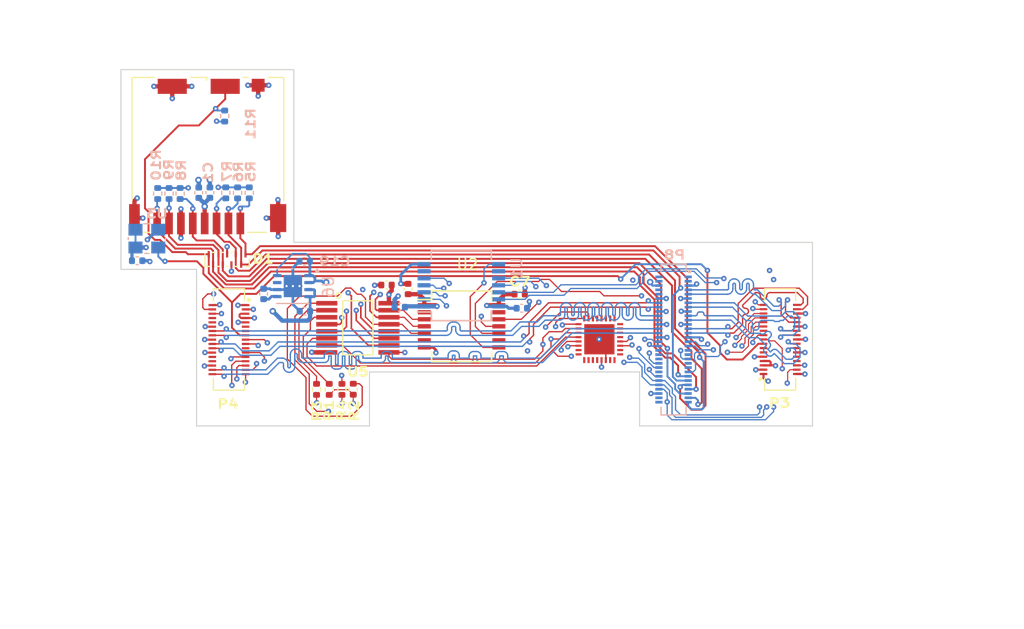
<source format=kicad_pcb>
(kicad_pcb (version 20211014) (generator pcbnew)
  (layers (0 "F.Cu" signal) (1 "In1.Cu" signal) (2 "In2.Cu" signal) (3 "In3.Cu" signal) (4 "In4.Cu" signal) (31 "B.Cu" signal) (34 "B.Paste" user) (35 "F.Paste" user) (36 "B.SilkS" user "B.Silkscreen") (37 "F.SilkS" user "F.Silkscreen") (38 "B.Mask" user) (39 "F.Mask" user) (44 "Edge.Cuts" user))
  (net 0 "")
  (net 1 "GND")
  (net 2 "+3.3V")
  (net 3 "+1V8")
  (net 4 "+2V8")
  (net 7 "/EXTCLK")
  (net 26 "/LEFT_SCL")
  (net 27 "/RIGHT_SCL")
  (net 28 "/LEFT_SDA")
  (net 29 "/RIGHT_SDA")
  (net 34 "/SENSOR_INT")
  (net 38 "/STEM_SCL")
  (net 39 "/STEM_SDA")
  (net 40 "/LEFT_PWRDN")
  (net 41 "/LEFT_RESET")
  (net 42 "/LEFT_ATT_INT")
  (net 43 "/LEFT_ATT_XSHUT")
  (net 44 "/RIGHT_PWRDN")
  (net 45 "/RIGHT_RESET")
  (net 46 "/RIGHT_ATT_INT")
  (net 47 "/RIGHT_ATT_XSHUT")
  (net 48 "Net-(C20-Pad1)")
  (net 49 "/STEM_INT")
  (net 50 "Net-(R1-Pad2)")
  (net 51 "Net-(R3-Pad1)")
  (net 52 "Net-(R4-Pad1)")
  (net 53 "/SYS_SDA_1V8")
  (net 54 "/SYS_SCL_1V8")
  (net 65 "/MCU_SYS_INT_1V8")
  (net 66 "/STEM_INT_1V8")
  (net 73 "/STEM_SCL_1V8")
  (net 74 "/STEM_SDA_1V8")
  (net 75 "/DAT2")
  (net 76 "/DAT3")
  (net 77 "/CMD")
  (net 78 "/CLK")
  (net 79 "/DAT0")
  (net 80 "/DAT1")
  (net 81 "/CDS")
  (net 82 "/SYS_EX_nINT")
  (net 83 "/I2C_SCL_1v8_LEFT")
  (net 84 "/I2C_SDA_1v8_LEFT")
  (net 85 "/I2S_SCK")
  (net 86 "/I2S_LRCLK")
  (net 87 "/I2S_D1")
  (net 88 "/I2S_D2")
  (net 89 "/CSI_L_RX_CLK_N")
  (net 90 "/CSI_L_RX_CLK_P")
  (net 91 "/CSI_L_RX_D2_N")
  (net 92 "/CSI_L_RX_D2_P")
  (net 93 "/CSI_L_RX_D1_N")
  (net 94 "/CSI_L_RX_D1_P")
  (net 95 "/CSI_L_RX_D0_N")
  (net 96 "/CSI_L_RX_D0_P")
  (net 97 "/I2C_SCL_1v8_RIGHT")
  (net 98 "/I2C_SDA_1v8_RIGHT")
  (net 99 "/CSI_R_RX_CLK_N")
  (net 100 "/CSI_R_RX_CLK_P")
  (net 101 "/CSI_R_RX_D1_N")
  (net 102 "/CSI_R_RX_D1_P")
  (net 103 "/CSI_R_RX_D0_N")
  (net 104 "/CSI_R_RX_D0_P")
  (net 105 "/OE_CAM")
  (net 106 "/SYS_SCL")
  (net 107 "/SYS_SDA")
  (footprint "Ziloo:TCA9534PWR" (layer "F.Cu") (at 74.925 78.912438)
    (fp_text reference "U5")
    (fp_text value "TCA9534PWR" hide)
  )
  (footprint "Resistor_SMD:R_0402_1005Metric" (layer "F.Cu") (at 74.5 84.6 90)
    (fp_text reference "R2")
    (fp_text value "10K" hide)
  )
  (footprint "Capacitor_SMD:C_0402_1005Metric" (layer "F.Cu") (at 77.575 74.95)
    (fp_text reference "C17" hide)
    (fp_text value "100nF" hide)
  )
  (footprint "Resistor_SMD:R_0402_1005Metric" (layer "F.Cu") (at 72.275 84.615 90)
    (fp_text reference "R1")
    (fp_text value "10K" hide)
  )
  (footprint "Resistor_SMD:R_0402_1005Metric" (layer "F.Cu") (at 73.45 84.615 -90)
    (fp_text reference "R4")
    (fp_text value "10K" hide)
  )
  (footprint "MountingHole:MountingHole_2.2mm_M2" (layer "F.Cu") (at 109 85)
    (fp_text reference "H1" hide)
    (fp_text value "Left Side" hide)
  )
  (footprint "Package_DFN_QFN:UDFN-9_1.0x3.8mm_P0.5mm" (layer "F.Cu") (at 62.825 72.575 -90)
    (fp_text reference "D1")
    (fp_text value "SP7538P")
  )
  (footprint "Package_SO:SSOP-14_5.3x6.2mm_P0.65mm" (layer "F.Cu") (at 84.525 78.775)
    (fp_text reference "U2")
    (fp_text value "TXS0104EPWR")
  )
  (footprint "Capacitor_SMD:C_0402_1005Metric" (layer "F.Cu") (at 79.575 75.32 90)
    (fp_text reference "C6" hide)
    (fp_text value "100nF" hide)
  )
  (footprint "Ziloo:HIROSE_DF40C-34DS-0.4V(51)_corrected" (layer "F.Cu") (at 63 80 -90)
    (fp_text reference "P4")
    (fp_text value "RIGHT-201")
  )
  (footprint "Ziloo:MSP430FR2355TRSMR" (layer "F.Cu") (at 97.275 79.975 90)
    (fp_text reference "U4" hide)
    (fp_text value "Smart_Cam_Expander_MSP430FR2355" hide)
  )
  (footprint "Capacitor_SMD:C_0402_1005Metric" (layer "F.Cu") (at 89.9 75.8)
    (fp_text reference "C7")
    (fp_text value "100nF" hide)
  )
  (footprint "Ziloo:HIROSE_DF40C-34DS-0.4V(51)_corrected" (layer "F.Cu") (at 114 80 90)
    (fp_text reference "P3")
    (fp_text value "LEFT-201")
  )
  (footprint "MountingHole:MountingHole_2.2mm_M2" (layer "F.Cu") (at 68 85)
    (fp_text reference "H2" hide)
    (fp_text value "Right Side" hide)
  )
  (footprint "Resistor_SMD:R_0402_1005Metric" (layer "F.Cu") (at 71.1 84.615 -90)
    (fp_text reference "R3")
    (fp_text value "10K" hide)
  )
  (footprint "Ziloo:DM3CS-SF" (layer "F.Cu") (at 61.048 62.89685)
    (fp_text reference "J1" hide)
    (fp_text value "DM3CS-SF_HIR" hide)
  )
  (footprint "Capacitor_SMD:C_0402_1005Metric" (layer "B.Cu") (at 61.23 66.39 -90)
    (fp_text reference "C1")
    (fp_text value "1uF" hide)
  )
  (footprint "Ziloo:DFN-8-1EP_3x3mm_P0.65mm_EP1.7x2.05mm" (layer "B.Cu") (at 68.9125 75.05 180)
    (fp_text reference "U6")
    (fp_text value "TPS79628DRBT")
  )
  (footprint "Capacitor_SMD:C_0402_1005Metric" (layer "B.Cu") (at 78.8 77 180)
    (fp_text reference "C11" hide)
    (fp_text value "100nF" hide)
  )
  (footprint "Resistor_SMD:R_0402_1005Metric" (layer "B.Cu") (at 58.475 66.475 90)
    (fp_text reference "R8")
    (fp_text value "47K" hide)
  )
  (footprint "Resistor_SMD:R_0402_1005Metric" (layer "B.Cu") (at 64.875 66.415 90)
    (fp_text reference "R5")
    (fp_text value "47K" hide)
  )
  (footprint "Resistor_SMD:R_0402_1005Metric" (layer "B.Cu") (at 57.45 66.475 90)
    (fp_text reference "R9")
    (fp_text value "47K" hide)
  )
  (footprint "Resistor_SMD:R_0402_1005Metric" (layer "B.Cu") (at 62.7 66.415 90)
    (fp_text reference "R7")
    (fp_text value "47K" hide)
  )
  (footprint "Resistor_SMD:R_0402_1005Metric" (layer "B.Cu") (at 62.6 59.3 -90)
    (fp_text reference "R11")
    (fp_text value "47K" hide)
  )
  (footprint "Package_SO:SSOP-14_5.3x6.2mm_P0.65mm" (layer "B.Cu") (at 84.5 74.975)
    (fp_text reference "U1")
    (fp_text value "TXS0104EPWR")
  )
  (footprint "Capacitor_SMD:C_0402_1005Metric" (layer "B.Cu") (at 60.2 66.4 -90)
    (fp_text reference "C2" hide)
    (fp_text value "1uF" hide)
  )
  (footprint "Resistor_SMD:R_0402_1005Metric" (layer "B.Cu") (at 56.4 66.475 90)
    (fp_text reference "R10")
    (fp_text value "47K" hide)
  )
  (footprint "Ziloo:ASE-24.000MHZ-LC-T2" (layer "B.Cu") (at 55.4 70.65)
    (fp_text reference "U3")
    (fp_text value "ASE-24.000MHZ-LC-T2" hide)
  )
  (footprint "Ziloo:DF40C-60DP-0.4V51" (layer "B.Cu") (at 104.14 80 -90)
    (fp_text reference "P8")
    (fp_text value "202-SMART-CAM-P" hide)
  )
  (footprint "Capacitor_SMD:C_0402_1005Metric" (layer "B.Cu") (at 54.5 72.7)
    (fp_text reference "C18" hide)
    (fp_text value "0.1uF" hide)
  )
  (footprint "Capacitor_SMD:C_0402_1005Metric" (layer "B.Cu") (at 90.1 77.1)
    (fp_text reference "C9" hide)
    (fp_text value "100nF" hide)
  )
  (footprint "Capacitor_SMD:C_0402_1005Metric" (layer "B.Cu") (at 70.025 77.375 180)
    (fp_text reference "C21" hide)
    (fp_text value "1uF" hide)
  )
  (footprint "Capacitor_SMD:C_0402_1005Metric" (layer "B.Cu") (at 66.2 75.775 90)
    (fp_text reference "C20" hide)
    (fp_text value "0.1uF" hide)
  )
  (footprint "Capacitor_SMD:C_0402_1005Metric" (layer "B.Cu") (at 70 72.75 180)
    (fp_text reference "C19")
    (fp_text value "2.2uF" hide)
  )
  (footprint "Resistor_SMD:R_0402_1005Metric" (layer "B.Cu") (at 63.795 66.415 90)
    (fp_text reference "R6")
    (fp_text value "47K" hide)
  )
  (gr_line (start 101 83) (end 101 88) (layer "Edge.Cuts") (width 0.1))
  (gr_line (start 117 88) (end 117 71) (layer "Edge.Cuts") (width 0.1))
  (gr_line (start 53 73.5) (end 60 73.5) (layer "Edge.Cuts") (width 0.1))
  (gr_line (start 69 71) (end 69 55) (layer "Edge.Cuts") (width 0.1))
  (gr_line (start 117 71) (end 69 71) (layer "Edge.Cuts") (width 0.1))
  (gr_line (start 53 55) (end 53 73.5) (layer "Edge.Cuts") (width 0.1))
  (gr_line (start 76 88) (end 76 83) (layer "Edge.Cuts") (width 0.1))
  (gr_line (start 60 88) (end 76 88) (layer "Edge.Cuts") (width 0.1))
  (gr_line (start 60 73.5) (end 60 88) (layer "Edge.Cuts") (width 0.1))
  (gr_line (start 101 88) (end 117 88) (layer "Edge.Cuts") (width 0.1))
  (gr_line (start 76 83) (end 101 83) (layer "Edge.Cuts") (width 0.1))
  (gr_line (start 69 55) (end 53 55) (layer "Edge.Cuts") (width 0.1))
  (segment (start 116.290845 83.190845) (end 116.3 83.2) (width 0.2) (layer "F.Cu") (net 1))
  (segment (start 81.075 80.725) (end 81.9 80.725) (width 0.25) (layer "F.Cu") (net 1))
  (segment (start 58.547997 69.248351) (end 58.547997 70.597997) (width 0.4) (layer "F.Cu") (net 1))
  (segment (start 70.662437 81.187437) (end 70.65 81.175) (width 0.4) (layer "F.Cu") (net 1))
  (segment (start 67.548 70.448) (end 67.55 70.45) (width 0.4) (layer "F.Cu") (net 1))
  (segment (start 61.455394 76.809155) (end 62.090845 76.809155) (width 0.176) (layer "F.Cu") (net 1))
  (segment (start 67.548 68.748349) (end 66.451651 68.748349) (width 0.4) (layer "F.Cu") (net 1))
  (segment (start 58.547997 67.902003) (end 58.55 67.9) (width 0.4) (layer "F.Cu") (net 1))
  (segment (start 61.455394 80.009155) (end 60.759155 80.009155) (width 0.176) (layer "F.Cu") (net 1))
  (segment (start 115.544606 78.790845) (end 116.290845 78.790845) (width 0.2) (layer "F.Cu") (net 1))
  (segment (start 58.547997 70.597997) (end 58.55 70.6) (width 0.4) (layer "F.Cu") (net 1))
  (segment (start 78.915 74.84) (end 78.9 74.825) (width 0.4) (layer "F.Cu") (net 1))
  (segment (start 61.455394 81.209155) (end 60.784155 81.209155) (width 0.176) (layer "F.Cu") (net 1))
  (segment (start 62.090845 76.809155) (end 62.125 76.775) (width 0.176) (layer "F.Cu") (net 1))
  (segment (start 65.698001 57.448001) (end 65.7 57.45) (width 0.4) (layer "F.Cu") (net 1))
  (segment (start 79.575 74.84) (end 78.915 74.84) (width 0.4) (layer "F.Cu") (net 1))
  (segment (start 57.747999 57.672999) (end 57.75 57.675) (width 0.4) (layer "F.Cu") (net 1))
  (segment (start 58.547997 69.248351) (end 58.547997 67.902003) (width 0.4) (layer "F.Cu") (net 1))
  (segment (start 73.45 85.875) (end 73.475 85.9) (width 0.1) (layer "F.Cu") (net 1))
  (segment (start 63.859155 78.409155) (end 63.85 78.4) (width 0.176) (layer "F.Cu") (net 1))
  (segment (start 90.4 75.2) (end 90.38 75.22) (width 0.4) (layer "F.Cu") (net 1))
  (segment (start 116.290845 81.190845) (end 116.3 81.2) (width 0.2) (layer "F.Cu") (net 1))
  (segment (start 65.698001 56.448349) (end 65.698001 57.448001) (width 0.4) (layer "F.Cu") (net 1))
  (segment (start 112.464606 81.590845) (end 111.634155 81.590845) (width 0.2) (layer "F.Cu") (net 1))
  (segment (start 82.15 80.975) (end 82.15 81.225) (width 0.25) (layer "F.Cu") (net 1))
  (segment (start 64.535394 78.409155) (end 63.859155 78.409155) (width 0.176) (layer "F.Cu") (net 1))
  (segment (start 66.675 56.45) (end 66.673349 56.448349) (width 0.4) (layer "F.Cu") (net 1))
  (segment (start 116.334155 79.990845) (end 116.35 79.975) (width 0.2) (layer "F.Cu") (net 1))
  (segment (start 60.765845 82.409155) (end 60.725 82.45) (width 0.176) (layer "F.Cu") (net 1))
  (segment (start 81.9 80.725) (end 82.15 80.975) (width 0.25) (layer "F.Cu") (net 1))
  (segment (start 64.751651 56.448349) (end 64.75 56.45) (width 0.4) (layer "F.Cu") (net 1))
  (segment (start 61.455394 82.409155) (end 60.765845 82.409155) (width 0.176) (layer "F.Cu") (net 1))
  (segment (start 54.248001 67.151999) (end 54.5 66.9) (width 0.4) (layer "F.Cu") (net 1))
  (segment (start 60.809155 78.809155) (end 60.8 78.8) (width 0.176) (layer "F.Cu") (net 1))
  (segment (start 73.45 85.125) (end 73.45 85.875) (width 0.1) (layer "F.Cu") (net 1))
  (segment (start 115.544606 79.990845) (end 116.334155 79.990845) (width 0.2) (layer "F.Cu") (net 1))
  (segment (start 116.340845 77.590845) (end 116.35 77.6) (width 0.2) (layer "F.Cu") (net 1))
  (segment (start 60.784155 81.209155) (end 60.775 81.2) (width 0.176) (layer "F.Cu") (net 1))
  (segment (start 97.874999 80.574996) (end 97.275 79.974997) (width 0.12) (layer "F.Cu") (net 1))
  (segment (start 67.548 68.748349) (end 67.548 70.448) (width 0.4) (layer "F.Cu") (net 1))
  (segment (start 71.1 85.825) (end 71.125 85.85) (width 0.1) (layer "F.Cu") (net 1))
  (segment (start 116.290845 78.790845) (end 116.3 78.8) (width 0.2) (layer "F.Cu") (net 1))
  (segment (start 59.548351 56.548351) (end 59.55 56.55) (width 0.4) (layer "F.Cu") (net 1))
  (segment (start 54.248001 68.74835) (end 55.02335 68.74835) (width 0.4) (layer "F.Cu") (net 1))
  (segment (start 71.1 85.125) (end 71.1 85.825) (width 0.1) (layer "F.Cu") (net 1))
  (segment (start 90.38 75.22) (end 90.38 75.8) (width 0.4) (layer "F.Cu") (net 1))
  (segment (start 76.5 74.95) (end 76.475 74.975) (width 0.3) (layer "F.Cu") (net 1))
  (segment (start 62.825 71.4) (end 62.825 72.1) (width 0.176) (layer "F.Cu") (net 1))
  (segment (start 61.455394 78.809155) (end 60.809155 78.809155) (width 0.176) (layer "F.Cu") (net 1))
  (segment (start 57.747999 56.548351) (end 59.548351 56.548351) (width 0.4) (layer "F.Cu") (net 1))
  (segment (start 66.673349 56.448349) (end 65.698001 56.448349) (width 0.4) (layer "F.Cu") (net 1))
  (segment (start 57.747999 56.548351) (end 57.747999 57.672999) (width 0.4) (layer "F.Cu") (net 1))
  (segment (start 54.248001 68.74835) (end 54.248001 67.151999) (width 0.4) (layer "F.Cu") (net 1))
  (segment (start 115.544606 83.190845) (end 116.290845 83.190845) (width 0.2) (layer "F.Cu") (net 1))
  (segment (start 72.049616 81.187437) (end 70.662437 81.187437) (width 0.4) (layer "F.Cu") (net 1))
  (segment (start 55.02335 68.74835) (end 55.025 68.75) (width 0.4) (layer "F.Cu") (net 1))
  (segment (start 97.874999 81.9) (end 97.874999 80.574996) (width 0.12) (layer "F.Cu") (net 1))
  (segment (start 115.544606 81.190845) (end 116.290845 81.190845) (width 0.2) (layer "F.Cu") (net 1))
  (segment (start 115.544606 77.590845) (end 116.340845 77.590845) (width 0.2) (layer "F.Cu") (net 1))
  (segment (start 57.747999 56.548351) (end 56.051649 56.548351) (width 0.4) (layer "F.Cu") (net 1))
  (segment (start 77.095 74.95) (end 76.5 74.95) (width 0.3) (layer "F.Cu") (net 1))
  (segment (start 60.759155 80.009155) (end 60.75 80) (width 0.176) (layer "F.Cu") (net 1))
  (segment (start 66.451651 68.748349) (end 66.45 68.75) (width 0.4) (layer "F.Cu") (net 1))
  (segment (start 65.698001 56.448349) (end 64.751651 56.448349) (width 0.4) (layer "F.Cu") (net 1))
  (segment (start 67.548 68.748349) (end 67.548 67.073) (width 0.4) (layer "F.Cu") (net 1))
  (segment (start 67.548 67.073) (end 67.525 67.05) (width 0.4) (layer "F.Cu") (net 1))
  (segment (start 111.634155 81.590845) (end 111.625 81.6) (width 0.2) (layer "F.Cu") (net 1))
  (segment (start 56.051649 56.548351) (end 56.05 56.55) (width 0.4) (layer "F.Cu") (net 1))
  (via (at 104.825 78.6) (size 0.5) (drill 0.2) (layers "F.Cu" "B.Cu") (net 1))
  (via (at 106.275 74.85) (size 0.5) (drill 0.2) (layers "F.Cu" "B.Cu") (net 1))
  (via (at 59.55 56.55) (size 0.5) (drill 0.2) (layers "F.Cu" "B.Cu") (net 1))
  (via (at 66.675 56.45) (size 0.5) (drill 0.2) (layers "F.Cu" "B.Cu") (net 1))
  (via (at 73.475 85.9) (size 0.5) (drill 0.2) (layers "F.Cu" "B.Cu") (net 1))
  (via (at 97.25 79.975) (size 0.5) (drill 0.2) (layers "F.Cu" "B.Cu") (net 1))
  (via (at 103.45 77.4) (size 0.5) (drill 0.2) (layers "F.Cu" "B.Cu") (net 1))
  (via (at 106.725 79.975) (size 0.5) (drill 0.2) (layers "F.Cu" "B.Cu") (net 1))
  (via (at 60.175 65.225) (size 0.6) (drill 0.3) (layers "F.Cu" "B.Cu") (net 1))
  (via (at 116.3 81.2) (size 0.5) (drill 0.2) (layers "F.Cu" "B.Cu") (net 1))
  (via (at 71.125 85.85) (size 0.5) (drill 0.2) (layers "F.Cu" "B.Cu") (net 1))
  (via (at 90.4 75.2) (size 0.5) (drill 0.2) (layers "F.Cu" "B.Cu") (net 1))
  (via (at 55.675 72.775) (size 0.5) (drill 0.2) (layers "F.Cu" "B.Cu") (net 1))
  (via (at 60.8 78.8) (size 0.5) (drill 0.2) (layers "F.Cu" "B.Cu") (net 1))
  (via (at 102.05 85) (size 0.5) (drill 0.2) (layers "F.Cu" "B.Cu") (net 1))
  (via (at 62.825 71.4) (size 0.5) (drill 0.2) (layers "F.Cu" "B.Cu") (net 1))
  (via (at 62.25 78.525) (size 0.5) (drill 0.2) (layers "F.Cu" "B.Cu") (net 1))
  (via (at 60.725 82.45) (size 0.5) (drill 0.2) (layers "F.Cu" "B.Cu") (net 1))
  (via (at 65.7 57.45) (size 0.5) (drill 0.2) (layers "F.Cu" "B.Cu") (net 1))
  (via (at 104.8 76.2) (size 0.5) (drill 0.2) (layers "F.Cu" "B.Cu") (net 1))
  (via (at 76.475 74.975) (size 0.5) (drill 0.2) (layers "F.Cu" "B.Cu") (net 1))
  (via (at 61.225 65.2) (size 0.6) (drill 0.3) (layers "F.Cu" "B.Cu") (net 1))
  (via (at 67.55 70.45) (size 0.5) (drill 0.2) (layers "F.Cu" "B.Cu") (net 1))
  (via (at 70.65 81.175) (size 0.5) (drill 0.2) (layers "F.Cu" "B.Cu") (net 1))
  (via (at 58.55 70.6) (size 0.5) (drill 0.2) (layers "F.Cu" "B.Cu") (net 1))
  (via (at 64.75 56.45) (size 0.5) (drill 0.2) (layers "F.Cu" "B.Cu") (net 1))
  (via (at 116.35 77.6) (size 0.5) (drill 0.2) (layers "F.Cu" "B.Cu") (net 1))
  (via (at 90.8 76.475) (size 0.5) (drill 0.2) (layers "F.Cu" "B.Cu") (net 1))
  (via (at 82.15 81.225) (size 0.5) (drill 0.2) (layers "F.Cu" "B.Cu") (net 1))
  (via (at 60.75 80) (size 0.5) (drill 0.2) (layers "F.Cu" "B.Cu") (net 1))
  (via (at 63.85 78.4) (size 0.5) (drill 0.2) (layers "F.Cu" "B.Cu") (net 1))
  (via (at 66.45 68.75) (size 0.5) (drill 0.2) (layers "F.Cu" "B.Cu") (net 1))
  (via (at 90.625 81.05) (size 0.5) (drill 0.2) (layers "F.Cu" "B.Cu") (net 1))
  (via (at 56.05 56.55) (size 0.5) (drill 0.2) (layers "F.Cu" "B.Cu") (net 1))
  (via (at 57.75 57.675) (size 0.5) (drill 0.2) (layers "F.Cu" "B.Cu") (net 1))
  (via (at 69.525 75.05) (size 0.5) (drill 0.2) (layers "F.Cu" "B.Cu") (net 1))
  (via (at 54.5 66.9) (size 0.5) (drill 0.2) (layers "F.Cu" "B.Cu") (net 1))
  (via (at 116.3 78.8) (size 0.5) (drill 0.2) (layers "F.Cu" "B.Cu") (net 1))
  (via (at 60.775 81.2) (size 0.5) (drill 0.2) (layers "F.Cu" "B.Cu") (net 1))
  (via (at 116.3 83.2) (size 0.5) (drill 0.2) (layers "F.Cu" "B.Cu") (net 1))
  (via (at 78.9 74.825) (size 0.5) (drill 0.2) (layers "F.Cu" "B.Cu") (net 1))
  (via (at 116.35 79.975) (size 0.5) (drill 0.2) (layers "F.Cu" "B.Cu") (net 1))
  (via (at 55.025 68.75) (size 0.5) (drill 0.2) (layers "F.Cu" "B.Cu") (net 1))
  (via (at 104.85 77.375) (size 0.5) (drill 0.2) (layers "F.Cu" "B.Cu") (net 1))
  (via (at 111.625 81.6) (size 0.5) (drill 0.2) (layers "F.Cu" "B.Cu") (net 1))
  (via (at 58.55 67.9) (size 0.5) (drill 0.2) (layers "F.Cu" "B.Cu") (net 1))
  (via (at 78.65 75.975) (size 0.5) (drill 0.2) (layers "F.Cu" "B.Cu") (net 1))
  (via (at 68.325 75.05) (size 0.5) (drill 0.2) (layers "F.Cu" "B.Cu") (net 1))
  (via (at 62.125 76.775) (size 0.5) (drill 0.2) (layers "F.Cu" "B.Cu") (net 1))
  (via (at 100.375 74.5) (size 0.5) (drill 0.2) (layers "F.Cu" "B.Cu") (net 1))
  (via (at 68.9125 75.05) (size 0.5) (drill 0.2) (layers "F.Cu" "B.Cu") (net 1))
  (via (at 67.525 67.05) (size 0.5) (drill 0.2) (layers "F.Cu" "B.Cu") (net 1))
  (via (at 55.45 70.75) (size 0.5) (drill 0.2) (layers "F.Cu" "B.Cu") (net 1))
  (segment (start 67.4625 75.375) (end 68.5875 75.375) (width 0.25) (layer "B.Cu") (net 1))
  (segment (start 102.05 85) (end 102.784999 85) (width 0.2) (layer "B.Cu") (net 1))
  (segment (start 104.875 77.4) (end 104.85 77.375) (width 0.2) (layer "B.Cu") (net 1))
  (segment (start 81.05 73.025) (end 79.875 73.025) (width 0.25) (layer "B.Cu") (net 1))
  (segment (start 90.8 76.475) (end 90.8 76.88) (width 0.3) (layer "B.Cu") (net 1))
  (segment (start 78.32 76.305) (end 78.65 75.975) (width 0.4) (layer "B.Cu") (net 1))
  (segment (start 105.495001 77.4) (end 104.875 77.4) (width 0.2) (layer "B.Cu") (net 1))
  (segment (start 61.23 65.205) (end 61.225 65.2) (width 0.4) (layer "B.Cu") (net 1))
  (segment (start 66.2 75.295) (end 66.795 75.295) (width 0.25) (layer "B.Cu") (net 1))
  (segment (start 78.32 77) (end 78.32 76.305) (width 0.4) (layer "B.Cu") (net 1))
  (segment (start 105.495001 78.6) (end 104.825 78.6) (width 0.2) (layer "B.Cu") (net 1))
  (segment (start 61.23 65.91) (end 61.23 65.205) (width 0.4) (layer "B.Cu") (net 1))
  (segment (start 68.5875 75.375) (end 68.9125 75.05) (width 0.25) (layer "B.Cu") (net 1))
  (segment (start 54.98 72.7) (end 55.6 72.7) (width 0.3) (layer "B.Cu") (net 1))
  (segment (start 106.725 79.975) (end 106.55 79.8) (width 0.2) (layer "B.Cu") (net 1))
  (segment (start 66.795 75.295) (end 66.875 75.375) (width 0.25) (layer "B.Cu") (net 1))
  (segment (start 56.4541 69.825) (end 56.375 69.825) (width 0.176) (layer "B.Cu") (net 1))
  (segment (start 60.2 65.92) (end 60.2 65.25) (width 0.4) (layer "B.Cu") (net 1))
  (segment (start 102.784999 77.4) (end 103.45 77.4) (width 0.2) (layer "B.Cu") (net 1))
  (segment (start 69.52 72.75) (end 68.9125 73.3575) (width 0.25) (layer "B.Cu") (net 1))
  (segment (start 68.9125 76.7425) (end 68.9125 75.05) (width 0.25) (layer "B.Cu") (net 1))
  (segment (start 55.6 72.7) (end 55.675 72.775) (width 0.3) (layer "B.Cu") (net 1))
  (segment (start 105.495001 75) (end 106.125 75) (width 0.2) (layer "B.Cu") (net 1))
  (segment (start 106.125 75) (end 106.275 74.85) (width 0.2) (layer "B.Cu") (net 1))
  (segment (start 90.8 76.88) (end 90.58 77.1) (width 0.3) (layer "B.Cu") (net 1))
  (segment (start 79.875 73.025) (end 78.9 74) (width 0.25) (layer "B.Cu") (net 1))
  (segment (start 106.55 79.8) (end 105.495001 79.8) (width 0.2) (layer "B.Cu") (net 1))
  (segment (start 69.545 77.375) (end 68.9125 76.7425) (width 0.25) (layer "B.Cu") (net 1))
  (segment (start 66.875 75.375) (end 67.4625 75.375) (width 0.25) (layer "B.Cu") (net 1))
  (segment (start 78.9 74) (end 78.9 74.825) (width 0.25) (layer "B.Cu") (net 1))
  (segment (start 60.2 65.25) (end 60.175 65.225) (width 0.4) (layer "B.Cu") (net 1))
  (segment (start 56.375 69.825) (end 55.45 70.75) (width 0.3) (layer "B.Cu") (net 1))
  (segment (start 68.9125 73.3575) (end 68.9125 75.05) (width 0.25) (layer "B.Cu") (net 1))
  (segment (start 105.495001 76.2) (end 104.8 76.2) (width 0.2) (layer "B.Cu") (net 1))
  (segment (start 63.840845 76.809155) (end 63.825 76.825) (width 0.176) (layer "F.Cu") (net 2))
  (segment (start 79.575 75.8) (end 80.575 75.8) (width 0.4) (layer "F.Cu") (net 2))
  (segment (start 112.9 83.85) (end 112.75 83.85) (width 0.2) (layer "F.Cu") (net 2))
  (segment (start 81.075 76.825) (end 82.15 76.825) (width 0.4) (layer "F.Cu") (net 2))
  (segment (start 82.15 76.825) (end 82.25 76.925) (width 0.4) (layer "F.Cu") (net 2))
  (segment (start 81.075 76.3) (end 81.075 76.825) (width 0.4) (layer "F.Cu") (net 2))
  (segment (start 80.575 75.8) (end 81.075 76.3) (width 0.4) (layer "F.Cu") (net 2))
  (segment (start 112.75 83.85) (end 112.464606 83.564606) (width 0.2) (layer "F.Cu") (net 2))
  (segment (start 60.747998 69.248351) (end 60.747998 67.672998) (width 0.4) (layer "F.Cu") (net 2))
  (segment (start 112.464606 83.564606) (end 112.464606 83.190845) (width 0.2) (layer "F.Cu") (net 2))
  (segment (start 63.225 73.05) (end 63.225 73.675) (width 0.15) (layer "F.Cu") (net 2))
  (segment (start 64.535394 76.809155) (end 63.840845 76.809155) (width 0.176) (layer "F.Cu") (net 2))
  (via (at 63.825 76.825) (size 0.5) (drill 0.2) (layers "F.Cu" "B.Cu") (net 2))
  (via (at 72 74.7) (size 0.6) (drill 0.3) (layers "F.Cu" "B.Cu") (net 2))
  (via (at 103.5 78.6) (size 0.5) (drill 0.2) (layers "F.Cu" "B.Cu") (net 2))
  (via (at 61.85 59.775) (size 0.5) (drill 0.2) (layers "F.Cu" "B.Cu") (net 2))
  (via (at 82.25 76.925) (size 0.5) (drill 0.2) (layers "F.Cu" "B.Cu") (net 2))
  (via (at 112.9 83.85) (size 0.5) (drill 0.2) (layers "F.Cu" "B.Cu") (net 2))
  (via (at 62 65.9) (size 0.5) (drill 0.2) (layers "F.Cu" "B.Cu") (net 2))
  (via (at 59.225 65.95) (size 0.5) (drill 0.2) (layers "F.Cu" "B.Cu") (net 2))
  (via (at 55.325 71.475) (size 0.5) (drill 0.2) (layers "F.Cu" "B.Cu") (net 2))
  (via (at 101.975 74.675) (size 0.6) (drill 0.3) (layers "F.Cu" "B.Cu") (net 2))
  (via (at 63.225 73.675) (size 0.5) (drill 0.2) (layers "F.Cu" "B.Cu") (net 2))
  (via (at 60.747998 67.672998) (size 0.6) (drill 0.3) (layers "F.Cu" "B.Cu") (net 2))
  (segment (start 70.95 74.575) (end 71.575 74.575) (width 0.25) (layer "B.Cu") (net 2))
  (segment (start 79.28 77) (end 79.355 76.925) (width 0.4) (layer "B.Cu") (net 2))
  (segment (start 101.975 74.775) (end 102.2 75) (width 0.2) (layer "B.Cu") (net 2))
  (segment (start 70.75 74.075) (end 70.3625 74.075) (width 0.25) (layer "B.Cu") (net 2))
  (segment (start 54.3459 71.475) (end 55.325 71.475) (width 0.4) (layer "B.Cu") (net 2))
  (segment (start 58.475 65.965) (end 59.21 65.965) (width 0.176) (layer "B.Cu") (net 2))
  (segment (start 60.747998 67.672998) (end 60.747998 67.427998) (width 0.4) (layer "B.Cu") (net 2))
  (segment (start 81.05 76.925) (end 82.25 76.925) (width 0.4) (layer "B.Cu") (net 2))
  (segment (start 101.975 74.675) (end 101.975 74.775) (width 0.2) (layer "B.Cu") (net 2))
  (segment (start 70.125 72.05) (end 70.48 72.405) (width 0.15) (layer "B.Cu") (net 2))
  (segment (start 54.02 72.7) (end 54.02 71.8009) (width 0.3) (layer "B.Cu") (net 2))
  (segment (start 59.21 65.965) (end 59.225 65.95) (width 0.176) (layer "B.Cu") (net 2))
  (segment (start 70.8 74.725) (end 70.95 74.575) (width 0.25) (layer "B.Cu") (net 2))
  (segment (start 70.48 73.9575) (end 70.3625 74.075) (width 0.25) (layer "B.Cu") (net 2))
  (segment (start 62.7 65.905) (end 62.005 65.905) (width 0.176) (layer "B.Cu") (net 2))
  (segment (start 54.02 71.8009) (end 54.3459 71.475) (width 0.3) (layer "B.Cu") (net 2))
  (segment (start 71.675 74.675) (end 71.7 74.7) (width 0.15) (layer "B.Cu") (net 2))
  (segment (start 67.4625 74.075) (end 67.4625 73.4625) (width 0.15) (layer "B.Cu") (net 2))
  (segment (start 70.95 74.275) (end 70.75 74.075) (width 0.25) (layer "B.Cu") (net 2))
  (segment (start 54.3459 71.475) (end 54.3459 69.825) (width 0.176) (layer "B.Cu") (net 2))
  (segment (start 61.885 59.81) (end 61.85 59.775) (width 0.176) (layer "B.Cu") (net 2))
  (segment (start 70.95 74.575) (end 70.95 74.275) (width 0.25) (layer "B.Cu") (net 2))
  (segment (start 71.575 74.575) (end 71.675 74.675) (width 0.25) (layer "B.Cu") (net 2))
  (segment (start 56.4 65.965) (end 58.475 65.965) (width 0.176) (layer "B.Cu") (net 2))
  (segment (start 62.005 65.905) (end 62 65.9) (width 0.176) (layer "B.Cu") (net 2))
  (segment (start 60.747998 67.352002) (end 61.23 66.87) (width 0.4) (layer "B.Cu") (net 2))
  (segment (start 62.6 59.81) (end 61.885 59.81) (width 0.176) (layer "B.Cu") (net 2))
  (segment (start 102.784999 78.6) (end 103.5 78.6) (width 0.2) (layer "B.Cu") (net 2))
  (segment (start 79.355 76.925) (end 81.05 76.925) (width 0.4) (layer "B.Cu") (net 2))
  (segment (start 68.875 72.05) (end 70.125 72.05) (width 0.15) (layer "B.Cu") (net 2))
  (segment (start 70.3625 74.725) (end 70.8 74.725) (width 0.25) (layer "B.Cu") (net 2))
  (segment (start 67.4625 73.4625) (end 68.875 72.05) (width 0.15) (layer "B.Cu") (net 2))
  (segment (start 70.48 72.405) (end 70.48 72.75) (width 0.15) (layer "B.Cu") (net 2))
  (segment (start 64.875 65.905) (end 62.7 65.905) (width 0.176) (layer "B.Cu") (net 2))
  (segment (start 60.747998 67.672998) (end 60.747998 67.352002) (width 0.4) (layer "B.Cu") (net 2))
  (segment (start 60.747998 67.427998) (end 60.2 66.88) (width 0.4) (layer "B.Cu") (net 2))
  (segment (start 102.2 75) (end 102.784999 75) (width 0.2) (layer "B.Cu") (net 2))
  (segment (start 71.7 74.7) (end 72 74.7) (width 0.15) (layer "B.Cu") (net 2))
  (segment (start 70.48 72.75) (end 70.48 73.9575) (width 0.25) (layer "B.Cu") (net 2))
  (segment (start 65.340845 78.009155) (end 65.35 78) (width 0.176) (layer "F.Cu") (net 3))
  (segment (start 72.275 85.125) (end 72.3 85.125) (width 0.1) (layer "F.Cu") (net 3))
  (segment (start 72.775 84.65) (end 74.04 84.65) (width 0.1) (layer "F.Cu") (net 3))
  (segment (start 77.800384 76.150384) (end 77.800384 76.637439) (width 0.4) (layer "F.Cu") (net 3))
  (segment (start 74.04 84.65) (end 74.5 85.11) (width 0.1) (layer "F.Cu") (net 3))
  (segment (start 78.055 75.47) (end 78.055 74.95) (width 0.4) (layer "F.Cu") (net 3))
  (segment (start 113.125 82.1) (end 113.015845 81.990845) (width 0.2) (layer "F.Cu") (net 3))
  (segment (start 113.034155 82.390845) (end 113.540845 82.390845) (width 0.2) (layer "F.Cu") (net 3))
  (segment (start 86.85 76.85) (end 86.875 76.825) (width 0.4) (layer "F.Cu") (net 3))
  (segment (start 113.015845 81.990845) (end 112.464606 81.990845) (width 0.2) (layer "F.Cu") (net 3))
  (segment (start 77.8 75.85) (end 77.8 75.725) (width 0.4) (layer "F.Cu") (net 3))
  (segment (start 113.034155 82.390845) (end 113.125 82.3) (width 0.2) (layer "F.Cu") (net 3))
  (segment (start 74.5 85.925) (end 74.5 85.11) (width 0.1) (layer "F.Cu") (net 3))
  (segment (start 112.464606 82.390845) (end 113.034155 82.390845) (width 0.2) (layer "F.Cu") (net 3))
  (segment (start 72.3 85.125) (end 72.775 84.65) (width 0.1) (layer "F.Cu") (net 3))
  (segment (start 63.975 77.7) (end 64.065845 77.609155) (width 0.176) (layer "F.Cu") (net 3))
  (segment (start 77.8 76.15) (end 77.800384 76.150384) (width 0.4) (layer "F.Cu") (net 3))
  (segment (start 113.540845 82.390845) (end 113.575 82.425) (width 0.2) (layer "F.Cu") (net 3))
  (segment (start 113.125 82.3) (end 113.125 82.1) (width 0.2) (layer "F.Cu") (net 3))
  (segment (start 64.535394 78.009155) (end 65.340845 78.009155) (width 0.176) (layer "F.Cu") (net 3))
  (segment (start 64.065845 77.609155) (end 64.535394 77.609155) (width 0.176) (layer "F.Cu") (net 3))
  (segment (start 64.106865 78.009155) (end 63.975 77.87729) (width 0.176) (layer "F.Cu") (net 3))
  (segment (start 77.8 75.85) (end 77.8 76.15) (width 0.4) (layer "F.Cu") (net 3))
  (segment (start 64.535394 78.009155) (end 64.106865 78.009155) (width 0.176) (layer "F.Cu") (net 3))
  (segment (start 77.8 75.725) (end 78.055 75.47) (width 0.4) (layer "F.Cu") (net 3))
  (segment (start 63.975 77.87729) (end 63.975 77.7) (width 0.176) (layer "F.Cu") (net 3))
  (segment (start 87.975 76.35) (end 87.975 76.825) (width 0.4) (layer "F.Cu") (net 3))
  (segment (start 86.875 76.825) (end 87.975 76.825) (width 0.4) (layer "F.Cu") (net 3))
  (segment (start 89.42 75.8) (end 88.525 75.8) (width 0.4) (layer "F.Cu") (net 3))
  (segment (start 97.475 81.9) (end 97.475 82.55) (width 0.12) (layer "F.Cu") (net 3))
  (segment (start 88.525 75.8) (end 87.975 76.35) (width 0.4) (layer "F.Cu") (net 3))
  (via (at 77.8 75.85) (size 0.5) (drill 0.2) (layers "F.Cu" "B.Cu") (net 3))
  (via (at 65.35 78) (size 0.5) (drill 0.2) (layers "F.Cu" "B.Cu") (net 3))
  (via (at 113.575 82.425) (size 0.5) (drill 0.2) (layers "F.Cu" "B.Cu") (net 3))
  (via (at 74.5 85.925) (size 0.5) (drill 0.2) (layers "F.Cu" "B.Cu") (net 3))
  (via (at 97.475 82.55) (size 0.5) (drill 0.2) (layers "F.Cu" "B.Cu") (net 3))
  (via (at 86.85 76.85) (size 0.5) (drill 0.2) (layers "F.Cu" "B.Cu") (net 3))
  (via (at 103.525 79.8) (size 0.5) (drill 0.2) (layers "F.Cu" "B.Cu") (net 3))
  (via (at 103.4625 76.2) (size 0.5) (drill 0.2) (layers "F.Cu" "B.Cu") (net 3))
  (segment (start 88.7 76.925) (end 87.95 76.925) (width 0.3) (layer "B.Cu") (net 3))
  (segment (start 86.85 76.85) (end 86.925 76.925) (width 0.3) (layer "B.Cu") (net 3))
  (segment (start 88.875 77.1) (end 88.7 76.925) (width 0.3) (layer "B.Cu") (net 3))
  (segment (start 103.4625 76.2) (end 102.784999 76.2) (width 0.2) (layer "B.Cu") (net 3))
  (segment (start 89.62 77.1) (end 88.875 77.1) (width 0.3) (layer "B.Cu") (net 3))
  (segment (start 102.784999 79.8) (end 103.525 79.8) (width 0.2) (layer "B.Cu") (net 3))
  (segment (start 86.925 76.925) (end 87.95 76.925) (width 0.3) (layer "B.Cu") (net 3))
  (segment (start 64.535394 77.209155) (end 65.240845 77.209155) (width 0.176) (layer "F.Cu") (net 4))
  (segment (start 111.759155 82.790845) (end 111.75 82.8) (width 0.2) (layer "F.Cu") (net 4))
  (segment (start 112.464606 82.790845) (end 111.759155 82.790845) (width 0.2) (layer "F.Cu") (net 4))
  (segment (start 65.240845 77.209155) (end 65.25 77.2) (width 0.176) (layer "F.Cu") (net 4))
  (via (at 67.05 77.375) (size 0.6) (drill 0.3) (layers "F.Cu" "B.Cu") (net 4))
  (via (at 65.25 77.2) (size 0.5) (drill 0.2) (layers "F.Cu" "B.Cu") (net 4))
  (via (at 111.75 82.8) (size 0.5) (drill 0.2) (layers "F.Cu" "B.Cu") (net 4))
  (segment (start 70.505 77.375) (end 70.505 78.02) (width 0.4) (layer "B.Cu") (net 4))
  (segment (start 70.875 76.025) (end 70.3625 76.025) (width 0.25) (layer "B.Cu") (net 4))
  (segment (start 70.505 77.375) (end 70.505 76.1675) (width 0.25) (layer "B.Cu") (net 4))
  (segment (start 70.3625 75.375) (end 70.85 75.375) (width 0.25) (layer "B.Cu") (net 4))
  (segment (start 70.925 75.975) (end 70.875 76.025) (width 0.25) (layer "B.Cu") (net 4))
  (segment (start 70.275 78.25) (end 67.925 78.25) (width 0.4) (layer "B.Cu") (net 4))
  (segment (start 70.85 75.375) (end 70.925 75.45) (width 0.25) (layer "B.Cu") (net 4))
  (segment (start 70.925 75.45) (end 70.925 75.975) (width 0.25) (layer "B.Cu") (net 4))
  (segment (start 70.505 76.1675) (end 70.3625 76.025) (width 0.25) (layer "B.Cu") (net 4))
  (segment (start 67.925 78.25) (end 67.05 77.375) (width 0.4) (layer "B.Cu") (net 4))
  (segment (start 70.505 78.02) (end 70.275 78.25) (width 0.4) (layer "B.Cu") (net 4))
  (segment (start 107.275 79.375) (end 108.45 80.55) (width 0.176) (layer "F.Cu") (net 7))
  (segment (start 99.25 74.4) (end 98.975 74.125) (width 0.176) (layer "F.Cu") (net 7))
  (segment (start 98.975 74.125) (end 67.175 74.125) (width 0.176) (layer "F.Cu") (net 7))
  (segment (start 60.625 73.9125) (end 60.625 73.35) (width 0.176) (layer "F.Cu") (net 7))
  (segment (start 110.525 81.85) (end 111.984155 80.390845) (width 0.176) (layer "F.Cu") (net 7))
  (segment (start 63.984155 79.609155) (end 63.275 78.9) (width 0.176) (layer "F.Cu") (net 7))
  (segment (start 64.0625 75.775) (end 63.275 76.5625) (width 0.176) (layer "F.Cu") (net 7))
  (segment (start 67.175 74.125) (end 65.525 75.775) (width 0.176) (layer "F.Cu") (net 7))
  (segment (start 63.275 76.5625) (end 60.625 73.9125) (width 0.176) (layer "F.Cu") (net 7))
  (segment (start 64.535394 79.609155) (end 63.984155 79.609155) (width 0.176) (layer "F.Cu") (net 7))
  (segment (start 109.075 81.85) (end 110.525 81.85) (width 0.176) (layer "F.Cu") (net 7))
  (segment (start 63.275 78.9) (end 63.275 76.5625) (width 0.176) (layer "F.Cu") (net 7))
  (segment (start 65.525 75.775) (end 64.0625 75.775) (width 0.176) (layer "F.Cu") (net 7))
  (segment (start 108.45 81.225) (end 109.075 81.85) (width 0.176) (layer "F.Cu") (net 7))
  (segment (start 60.025 72.75) (end 57.075 72.75) (width 0.176) (layer "F.Cu") (net 7))
  (segment (start 108.45 80.55) (end 108.45 81.225) (width 0.176) (layer "F.Cu") (net 7))
  (segment (start 107.275 73.6) (end 107.275 79.375) (width 0.176) (layer "F.Cu") (net 7))
  (segment (start 60.625 73.35) (end 60.025 72.75) (width 0.176) (layer "F.Cu") (net 7))
  (segment (start 111.984155 80.390845) (end 112.464606 80.390845) (width 0.176) (layer "F.Cu") (net 7))
  (via (at 57.075 72.75) (size 0.5) (drill 0.2) (layers "F.Cu" "B.Cu") (net 7))
  (via (at 107.275 73.6) (size 0.5) (drill 0.2) (layers "F.Cu" "B.Cu") (net 7))
  (via (at 99.25 74.4) (size 0.5) (drill 0.2) (layers "F.Cu" "B.Cu") (net 7))
  (segment (start 100.625 73.025) (end 99.25 74.4) (width 0.176) (layer "B.Cu") (net 7))
  (segment (start 56.4541 71.475) (end 56.4541 72.3041) (width 0.176) (layer "B.Cu") (net 7))
  (segment (start 56.4541 72.3041) (end 56.9 72.75) (width 0.176) (layer "B.Cu") (net 7))
  (segment (start 106.7 73.025) (end 100.625 73.025) (width 0.176) (layer "B.Cu") (net 7))
  (segment (start 107.275 73.6) (end 106.7 73.025) (width 0.176) (layer "B.Cu") (net 7))
  (segment (start 56.9 72.75) (end 57.075 72.75) (width 0.176) (layer "B.Cu") (net 7))
  (via (at 108.125 74.725) (size 0.5) (drill 0.2) (layers "F.Cu" "B.Cu") (net 26))
  (via (at 107.3 80.425) (size 0.5) (drill 0.2) (layers "F.Cu" "B.Cu") (net 26))
  (segment (start 90.775 75.9) (end 94 75.9) (width 0.12) (layer "B.Cu") (net 26))
  (segment (start 107.075 74.725) (end 108.125 74.725) (width 0.12) (layer "B.Cu") (net 26))
  (segment (start 94.625 75.275) (end 100.75 75.275) (width 0.12) (layer "B.Cu") (net 26))
  (segment (start 105.495001 80.2) (end 106.175 80.2) (width 0.12) (layer "B.Cu") (net 26))
  (segment (start 107.15 80.575) (end 107.3 80.425) (width 0.12) (layer "B.Cu") (net 26))
  (segment (start 94 75.9) (end 94.625 75.275) (width 0.12) (layer "B.Cu") (net 26))
  (segment (start 90.4 76.275) (end 90.775 75.9) (width 0.12) (layer "B.Cu") (net 26))
  (segment (start 87.95 76.275) (end 90.4 76.275) (width 0.12) (layer "B.Cu") (net 26))
  (segment (start 106.55 80.575) (end 107.15 80.575) (width 0.12) (layer "B.Cu") (net 26))
  (segment (start 101.275 74.225) (end 101.825 73.675) (width 0.12) (layer "B.Cu") (net 26))
  (segment (start 106.175 80.2) (end 106.55 80.575) (width 0.12) (layer "B.Cu") (net 26))
  (segment (start 101.825 73.675) (end 106.025 73.675) (width 0.12) (layer "B.Cu") (net 26))
  (segment (start 100.75 75.275) (end 101.275 74.75) (width 0.12) (layer "B.Cu") (net 26))
  (segment (start 101.275 74.75) (end 101.275 74.225) (width 0.12) (layer "B.Cu") (net 26))
  (segment (start 106.025 73.675) (end 107.075 74.725) (width 0.12) (layer "B.Cu") (net 26))
  (via (at 101.475 79.975) (size 0.5) (drill 0.2) (layers "F.Cu" "B.Cu") (net 27))
  (via (at 91.4 75.1) (size 0.5) (drill 0.2) (layers "F.Cu" "B.Cu") (net 27))
  (segment (start 91.4 75.1) (end 90.92 74.62) (width 0.12) (layer "B.Cu") (net 27))
  (segment (start 89.25 74.975) (end 87.95 74.975) (width 0.12) (layer "B.Cu") (net 27))
  (segment (start 101.475 79.975) (end 102.125 79.975) (width 0.12) (layer "B.Cu") (net 27))
  (segment (start 89.605 74.62) (end 89.25 74.975) (width 0.12) (layer "B.Cu") (net 27))
  (segment (start 102.125 79.975) (end 102.35 80.2) (width 0.12) (layer "B.Cu") (net 27))
  (segment (start 102.35 80.2) (end 102.784999 80.2) (width 0.12) (layer "B.Cu") (net 27))
  (segment (start 90.92 74.62) (end 89.605 74.62) (width 0.12) (layer "B.Cu") (net 27))
  (via (at 107.825 80.95) (size 0.5) (drill 0.2) (layers "F.Cu" "B.Cu") (net 28))
  (via (at 108.8 74.35) (size 0.5) (drill 0.2) (layers "F.Cu" "B.Cu") (net 28))
  (segment (start 100.9 74.7) (end 100.67 74.93) (width 0.12) (layer "B.Cu") (net 28))
  (segment (start 107.095 74.295) (end 106.255 73.455) (width 0.12) (layer "B.Cu") (net 28))
  (segment (start 106.255 73.455) (end 101.595 73.455) (width 0.12) (layer "B.Cu") (net 28))
  (segment (start 108.745 74.295) (end 107.095 74.295) (width 0.12) (layer "B.Cu") (net 28))
  (segment (start 106.45 80.95) (end 107.825 80.95) (width 0.12) (layer "B.Cu") (net 28))
  (segment (start 106.099999 80.599999) (end 106.45 80.95) (width 0.12) (layer "B.Cu") (net 28))
  (segment (start 93.025 75.625) (end 87.95 75.625) (width 0.12) (layer "B.Cu") (net 28))
  (segment (start 100.67 74.93) (end 93.72 74.93) (width 0.12) (layer "B.Cu") (net 28))
  (segment (start 108.8 74.35) (end 108.745 74.295) (width 0.12) (layer "B.Cu") (net 28))
  (segment (start 101.595 73.455) (end 100.9 74.15) (width 0.12) (layer "B.Cu") (net 28))
  (segment (start 93.72 74.93) (end 93.025 75.625) (width 0.12) (layer "B.Cu") (net 28))
  (segment (start 100.9 74.15) (end 100.9 74.7) (width 0.12) (layer "B.Cu") (net 28))
  (segment (start 105.495001 80.599999) (end 106.099999 80.599999) (width 0.12) (layer "B.Cu") (net 28))
  (via (at 101.9125 80.45) (size 0.5) (drill 0.2) (layers "F.Cu" "B.Cu") (net 29))
  (via (at 92.375 75) (size 0.5) (drill 0.2) (layers "F.Cu" "B.Cu") (net 29))
  (segment (start 87.95 74.325) (end 91.65 74.325) (width 0.12) (layer "B.Cu") (net 29))
  (segment (start 101.9125 80.45) (end 102.062499 80.599999) (width 0.12) (layer "B.Cu") (net 29))
  (segment (start 92.325 75) (end 92.375 75) (width 0.12) (layer "B.Cu") (net 29))
  (segment (start 91.65 74.325) (end 92.325 75) (width 0.12) (layer "B.Cu") (net 29))
  (segment (start 102.062499 80.599999) (end 102.784999 80.599999) (width 0.12) (layer "B.Cu") (net 29))
  (segment (start 79.012437 78.587437) (end 79.85 79.425) (width 0.112) (layer "F.Cu") (net 34))
  (segment (start 74.861051 75.802939) (end 75.227939 75.802939) (width 0.12) (layer "F.Cu") (net 34))
  (segment (start 68.4 77.125) (end 69.55 75.975) (width 0.12) (layer "F.Cu") (net 34))
  (segment (start 76.312437 78.587437) (end 77.800384 78.587437) (width 0.12) (layer "F.Cu") (net 34))
  (segment (start 70.725 87.1) (end 70.125 86.5) (width 0.12) (layer "F.Cu") (net 34))
  (segment (start 75.065 84.09) (end 75.325 84.35) (width 0.12) (layer "F.Cu") (net 34))
  (segment (start 68.4 81.8) (end 68.4 77.125) (width 0.12) (layer "F.Cu") (net 34))
  (segment (start 69.55 75.975) (end 73.05 75.975) (width 0.12) (layer "F.Cu") (net 34))
  (segment (start 75.325 86.075) (end 74.3 87.1) (width 0.12) (layer "F.Cu") (net 34))
  (segment (start 70.125 83.525) (end 68.4 81.8) (width 0.12) (layer "F.Cu") (net 34))
  (segment (start 74.293612 75.2355) (end 74.861051 75.802939) (width 0.12) (layer "F.Cu") (net 34))
  (segment (start 73.05 75.975) (end 73.7895 75.2355) (width 0.12) (layer "F.Cu") (net 34))
  (segment (start 75.63 77.905) (end 76.312437 78.587437) (width 0.12) (layer "F.Cu") (net 34))
  (segment (start 73.7895 75.2355) (end 74.293612 75.2355) (width 0.12) (layer "F.Cu") (net 34))
  (segment (start 75.325 84.35) (end 75.325 86.075) (width 0.12) (layer "F.Cu") (net 34))
  (segment (start 74.3 87.1) (end 70.725 87.1) (width 0.12) (layer "F.Cu") (net 34))
  (segment (start 75.63 76.205) (end 75.63 77.905) (width 0.12) (layer "F.Cu") (net 34))
  (segment (start 70.125 86.5) (end 70.125 83.525) (width 0.12) (layer "F.Cu") (net 34))
  (segment (start 74.5 84.09) (end 75.065 84.09) (width 0.12) (layer "F.Cu") (net 34))
  (segment (start 79.85 79.425) (end 81.075 79.425) (width 0.112) (layer "F.Cu") (net 34))
  (segment (start 75.227939 75.802939) (end 75.63 76.205) (width 0.12) (layer "F.Cu") (net 34))
  (segment (start 77.800384 78.587437) (end 79.012437 78.587437) (width 0.112) (layer "F.Cu") (net 34))
  (segment (start 115.544606 82.390845) (end 116.259155 82.390845) (width 0.1) (layer "F.Cu") (net 40))
  (segment (start 94.525001 80.574999) (end 95.35 80.574999) (width 0.12) (layer "F.Cu") (net 40))
  (segment (start 94.436404 80.663596) (end 94.525001 80.574999) (width 0.12) (layer "F.Cu") (net 40))
  (segment (start 116.259155 82.390845) (end 116.275 82.375) (width 0.1) (layer "F.Cu") (net 40))
  (segment (start 73.262563 78.587437) (end 72.049616 78.587437) (width 0.15) (layer "F.Cu") (net 40))
  (segment (start 73.425 77.975) (end 73.425 78.425) (width 0.15) (layer "F.Cu") (net 40))
  (segment (start 73.425 78.425) (end 73.262563 78.587437) (width 0.15) (layer "F.Cu") (net 40))
  (segment (start 94.361535 80.663596) (end 94.436404 80.663596) (width 0.12) (layer "F.Cu") (net 40))
  (via (at 73.425 77.975) (size 0.5) (drill 0.2) (layers "F.Cu" "B.Cu") (net 40))
  (via (at 94.361535 80.663596) (size 0.5) (drill 0.2) (layers "F.Cu" "B.Cu") (net 40))
  (via (at 113.4 74.45) (size 0.5) (drill 0.2) (layers "F.Cu" "B.Cu") (net 40))
  (via (at 116.275 82.375) (size 0.5) (drill 0.2) (layers "F.Cu" "B.Cu") (net 40))
  (segment (start 94.27101 80.175) (end 95.35 80.175) (width 0.12) (layer "F.Cu") (net 41))
  (segment (start 114.934155 82.790845) (end 115.544606 82.790845) (width 0.1) (layer "F.Cu") (net 41))
  (segment (start 73.875 77.375) (end 73.87 77.38) (width 0.15) (layer "F.Cu") (net 41))
  (segment (start 73.87 77.38) (end 73.87 78.805) (width 0.15) (layer "F.Cu") (net 41))
  (segment (start 93.748433 80.697577) (end 94.27101 80.175) (width 0.12) (layer "F.Cu") (net 41))
  (segment (start 114.7 83.025) (end 114.934155 82.790845) (width 0.1) (layer "F.Cu") (net 41))
  (segment (start 73.437561 79.237439) (end 72.049616 79.237439) (width 0.15) (layer "F.Cu") (net 41))
  (segment (start 73.87 78.805) (end 73.437561 79.237439) (width 0.15) (layer "F.Cu") (net 41))
  (segment (start 114.660439 84.035439) (end 114.7 83.995878) (width 0.1) (layer "F.Cu") (net 41))
  (segment (start 93.748433 80.973433) (end 93.748433 80.697577) (width 0.12) (layer "F.Cu") (net 41))
  (segment (start 114.7 83.995878) (end 114.7 83.025) (width 0.1) (layer "F.Cu") (net 41))
  (via (at 73.875 77.375) (size 0.5) (drill 0.2) (layers "F.Cu" "B.Cu") (net 41))
  (via (at 113.025 73.6) (size 0.5) (drill 0.2) (layers "F.Cu" "B.Cu") (net 41))
  (via (at 114.660439 84.035439) (size 0.5) (drill 0.2) (layers "F.Cu" "B.Cu") (net 41))
  (via (at 93.748433 80.973433) (size 0.5) (drill 0.2) (layers "F.Cu" "B.Cu") (net 41))
  (segment (start 91.475 82.45) (end 92.9125 81.0125) (width 0.12) (layer "F.Cu") (net 42))
  (segment (start 71.1 82.45) (end 70.22 81.57) (width 0.12) (layer "F.Cu") (net 42))
  (segment (start 95.35 79.774998) (end 94.150002 79.774998) (width 0.12) (layer "F.Cu") (net 42))
  (segment (start 94.675 81.5455) (end 93.4455 81.5455) (width 0.12) (layer "F.Cu") (net 42))
  (segment (start 112.915845 79.990845) (end 113.05 80.125) (width 0.1) (layer "F.Cu") (net 42))
  (segment (start 114.2 80.825) (end 114.2 82.7) (width 0.1) (layer "F.Cu") (net 42))
  (segment (start 94.150002 79.774998) (end 92.9125 81.0125) (width 0.12) (layer "F.Cu") (net 42))
  (segment (start 70.22 80.405) (end 70.737563 79.887437) (width 0.12) (layer "F.Cu") (net 42))
  (segment (start 112.464606 79.990845) (end 112.915845 79.990845) (width 0.1) (layer "F.Cu") (net 42))
  (segment (start 93.4455 81.5455) (end 92.9125 81.0125) (width 0.12) (layer "F.Cu") (net 42))
  (segment (start 91.475 82.45) (end 71.1 82.45) (width 0.12) (layer "F.Cu") (net 42))
  (segment (start 70.22 81.57) (end 70.22 80.405) (width 0.12) (layer "F.Cu") (net 42))
  (segment (start 113.5 80.125) (end 114.2 80.825) (width 0.1) (layer "F.Cu") (net 42))
  (segment (start 113.05 80.125) (end 113.5 80.125) (width 0.1) (layer "F.Cu") (net 42))
  (segment (start 70.737563 79.887437) (end 72.049616 79.887437) (width 0.12) (layer "F.Cu") (net 42))
  (via (at 114.2 82.7) (size 0.5) (drill 0.2) (layers "F.Cu" "B.Cu") (net 42))
  (via (at 94.675 81.5455) (size 0.5) (drill 0.2) (layers "F.Cu" "B.Cu") (net 42))
  (segment (start 91.35 82.175) (end 75.15 82.175) (width 0.12) (layer "F.Cu") (net 43))
  (segment (start 94.150001 79.374999) (end 95.35 79.374999) (width 0.12) (layer "F.Cu") (net 43))
  (segment (start 93.575 79.95) (end 94.150001 79.374999) (width 0.12) (layer "F.Cu") (net 43))
  (segment (start 92.8 79.95) (end 93.575 79.95) (width 0.12) (layer "F.Cu") (net 43))
  (segment (start 75.15 82.175) (end 73.512439 80.537439) (width 0.12) (layer "F.Cu") (net 43))
  (segment (start 73.512439 80.537439) (end 72.049616 80.537439) (width 0.12) (layer "F.Cu") (net 43))
  (segment (start 92.8 79.95) (end 92.8 80.725) (width 0.12) (layer "F.Cu") (net 43))
  (segment (start 111.4745 80.1005) (end 111.4745 80.275) (width 0.12) (layer "F.Cu") (net 43))
  (segment (start 112.464606 79.590845) (end 111.984155 79.590845) (width 0.12) (layer "F.Cu") (net 43))
  (segment (start 111.475 80.1) (end 111.4745 80.1005) (width 0.12) (layer "F.Cu") (net 43))
  (segment (start 111.984155 79.590845) (end 111.475 80.1) (width 0.12) (layer "F.Cu") (net 43))
  (segment (start 92.8 80.725) (end 91.35 82.175) (width 0.12) (layer "F.Cu") (net 43))
  (via (at 111.4745 80.275) (size 0.5) (drill 0.2) (layers "F.Cu" "B.Cu") (net 43))
  (via (at 92.8 79.95) (size 0.5) (drill 0.2) (layers "F.Cu" "B.Cu") (net 43))
  (segment (start 92.05 81.05) (end 91.275 81.825) (width 0.12) (layer "F.Cu") (net 44))
  (segment (start 77.800384 81.550384) (end 77.800384 81.187437) (width 0.12) (layer "F.Cu") (net 44))
  (segment (start 92.05 80.45) (end 92.05 81.05) (width 0.12) (layer "F.Cu") (net 44))
  (segment (start 91.275 81.825) (end 78.075 81.825) (width 0.12) (layer "F.Cu") (net 44))
  (segment (start 62.290845 77.609155) (end 62.3 77.6) (width 0.12) (layer "F.Cu") (net 44))
  (segment (start 94.125001 78.974999) (end 93.825 79.275) (width 0.12) (layer "F.Cu") (net 44))
  (segment (start 78.075 81.825) (end 77.800384 81.550384) (width 0.12) (layer "F.Cu") (net 44))
  (segment (start 92.625 79.275) (end 92.05 79.85) (width 0.12) (layer "F.Cu") (net 44))
  (segment (start 92.05 79.85) (end 92.05 80.45) (width 0.12) (layer "F.Cu") (net 44))
  (segment (start 93.825 79.275) (end 92.625 79.275) (width 0.12) (layer "F.Cu") (net 44))
  (segment (start 79.262437 81.187437) (end 79.275 81.2) (width 0.12) (layer "F.Cu") (net 44))
  (segment (start 61.455394 77.609155) (end 62.290845 77.609155) (width 0.12) (layer "F.Cu") (net 44))
  (segment (start 95.35 78.974999) (end 94.125001 78.974999) (width 0.12) (layer "F.Cu") (net 44))
  (segment (start 77.800384 81.187437) (end 79.262437 81.187437) (width 0.12) (layer "F.Cu") (net 44))
  (via (at 79.275 81.2) (size 0.5) (drill 0.2) (layers "F.Cu" "B.Cu") (net 44))
  (via (at 92.05 80.45) (size 0.5) (drill 0.2) (layers "F.Cu" "B.Cu") (net 44))
  (via (at 62.3 77.6) (size 0.5) (drill 0.2) (layers "F.Cu" "B.Cu") (net 44))
  (segment (start 61.455394 77.209155) (end 60.734155 77.209155) (width 0.12) (layer "F.Cu") (net 45))
  (segment (start 60.575 76.225) (end 61.025 75.775) (width 0.12) (layer "F.Cu") (net 45))
  (segment (start 60.734155 77.209155) (end 60.575 77.05) (width 0.12) (layer "F.Cu") (net 45))
  (segment (start 74.325 75.9655) (end 74.325 78.975) (width 0.15) (layer "F.Cu") (net 45))
  (segment (start 74.025 75.6655) (end 74.325 75.9655) (width 0.15) (layer "F.Cu") (net 45))
  (segment (start 60.575 77.05) (end 60.575 76.225) (width 0.12) (layer "F.Cu") (net 45))
  (segment (start 93.85 78.65) (end 93.85 78.625) (width 0.12) (layer "F.Cu") (net 45))
  (segment (start 74.325 78.975) (end 75.887439 80.537439) (width 0.15) (layer "F.Cu") (net 45))
  (segment (start 75.887439 80.537439) (end 77.800384 80.537439) (width 0.15) (layer "F.Cu") (net 45))
  (segment (start 61.025 75.775) (end 61.575 75.775) (width 0.12) (layer "F.Cu") (net 45))
  (segment (start 93.900002 78.574998) (end 95.35 78.574998) (width 0.12) (layer "F.Cu") (net 45))
  (segment (start 93.85 78.625) (end 93.900002 78.574998) (width 0.12) (layer "F.Cu") (net 45))
  (via (at 74.025 75.6655) (size 0.5) (drill 0.2) (layers "F.Cu" "B.Cu") (net 45))
  (via (at 61.575 75.775) (size 0.5) (drill 0.2) (layers "F.Cu" "B.Cu") (net 45))
  (via (at 93.85 78.65) (size 0.5) (drill 0.2) (layers "F.Cu" "B.Cu") (net 45))
  (segment (start 74.7755 78.2255) (end 74.7755 77.3) (width 0.15) (layer "F.Cu") (net 46))
  (segment (start 93.225 78.8) (end 93.225 78.425) (width 0.12) (layer "F.Cu") (net 46))
  (segment (start 74.7755 78.2255) (end 76.437437 79.887437) (width 0.15) (layer "F.Cu") (net 46))
  (segment (start 66.259155 80.009155) (end 66.55 80.3) (width 0.12) (layer "F.Cu") (net 46))
  (segment (start 64.535394 80.009155) (end 66.259155 80.009155) (width 0.12) (layer "F.Cu") (net 46))
  (segment (start 93.225 78.425) (end 93.6 78.05) (width 0.12) (layer "F.Cu") (net 46))
  (segment (start 77.800384 79.887437) (end 76.437437 79.887437) (width 0.15) (layer "F.Cu") (net 46))
  (segment (start 93.6 78.05) (end 95.874998 78.05) (width 0.12) (layer "F.Cu") (net 46))
  (via (at 93.225 78.8) (size 0.5) (drill 0.2) (layers "F.Cu" "B.Cu") (net 46))
  (via (at 74.7755 77.3) (size 0.5) (drill 0.2) (layers "F.Cu" "B.Cu") (net 46))
  (via (at 75.377061 75.372939) (size 0.5) (drill 0.2) (layers "F.Cu" "B.Cu") (net 46))
  (via (at 66.55 80.3) (size 0.5) (drill 0.2) (layers "F.Cu" "B.Cu") (net 46))
  (segment (start 65.559155 80.409155) (end 65.7 80.55) (width 0.12) (layer "F.Cu") (net 47))
  (segment (start 96.274999 78.05) (end 96.274999 77.599999) (width 0.12) (layer "F.Cu") (net 47))
  (segment (start 93.7 77.45) (end 92.3 78.85) (width 0.12) (layer "F.Cu") (net 47))
  (segment (start 77.800384 79.237439) (end 76.462439 79.237439) (width 0.15) (layer "F.Cu") (net 47))
  (segment (start 75.2 77.975) (end 75.2 76.725) (width 0.15) (layer "F.Cu") (net 47))
  (segment (start 96.125 77.45) (end 93.7 77.45) (width 0.12) (layer "F.Cu") (net 47))
  (segment (start 64.535394 80.409155) (end 65.559155 80.409155) (width 0.12) (layer "F.Cu") (net 47))
  (segment (start 96.274999 77.599999) (end 96.125 77.45) (width 0.12) (layer "F.Cu") (net 47))
  (segment (start 75.2 77.975) (end 76.462439 79.237439) (width 0.15) (layer "F.Cu") (net 47))
  (via (at 75.2 76.725) (size 0.5) (drill 0.2) (layers "F.Cu" "B.Cu") (net 47))
  (via (at 65.7 80.55) (size 0.5) (drill 0.2) (layers "F.Cu" "B.Cu") (net 47))
  (via (at 92.3 78.85) (size 0.5) (drill 0.2) (layers "F.Cu" "B.Cu") (net 47))
  (segment (start 67.4375 76) (end 67.4625 76.025) (width 0.25) (layer "B.Cu") (net 48))
  (segment (start 66.95 76) (end 67.4375 76) (width 0.25) (layer "B.Cu") (net 48))
  (segment (start 66.2 76.255) (end 66.695 76.255) (width 0.25) (layer "B.Cu") (net 48))
  (segment (start 66.695 76.255) (end 66.95 76) (width 0.25) (layer "B.Cu") (net 48))
  (segment (start 70.887561 77.937439) (end 70.53 78.295) (width 0.12) (layer "F.Cu") (net 50))
  (segment (start 72.255 84.105) (end 72.275 84.105) (width 0.12) (layer "F.Cu") (net 50))
  (segment (start 69.875 79.725) (end 69.875 81.725) (width 0.12) (layer "F.Cu") (net 50))
  (segment (start 69.875 81.725) (end 72.255 84.105) (width 0.12) (layer "F.Cu") (net 50))
  (segment (start 70.53 78.295) (end 70.53 79.07) (width 0.12) (layer "F.Cu") (net 50))
  (segment (start 70.53 79.07) (end 69.875 79.725) (width 0.12) (layer "F.Cu") (net 50))
  (segment (start 72.049616 77.937439) (end 70.887561 77.937439) (width 0.12) (layer "F.Cu") (net 50))
  (segment (start 71.1 84.105) (end 71.1 83.4) (width 0.112) (layer "F.Cu") (net 51))
  (segment (start 71.1 83.4) (end 69.475 81.775) (width 0.112) (layer "F.Cu") (net 51))
  (segment (start 69.5 78.05) (end 70.262563 77.287437) (width 0.12) (layer "F.Cu") (net 51))
  (segment (start 72.049616 77.287437) (end 70.262563 77.287437) (width 0.12) (layer "F.Cu") (net 51))
  (segment (start 69.475 81.775) (end 69.475 78.075) (width 0.112) (layer "F.Cu") (net 51))
  (segment (start 69.475 78.075) (end 69.5 78.05) (width 0.112) (layer "F.Cu") (net 51))
  (segment (start 73.425 83.325) (end 73.45 83.35) (width 0.112) (layer "F.Cu") (net 52))
  (segment (start 70.425 83.2) (end 70.425 85.95) (width 0.12) (layer "F.Cu") (net 52))
  (segment (start 72.049616 76.637439) (end 70.312561 76.637439) (width 0.12) (layer "F.Cu") (net 52))
  (segment (start 70.312561 76.637439) (end 69.1 77.85) (width 0.12) (layer "F.Cu") (net 52))
  (segment (start 69.1 77.85) (end 69.1 81.875) (width 0.12) (layer "F.Cu") (net 52))
  (segment (start 73.45 83.35) (end 73.45 84.105) (width 0.112) (layer "F.Cu") (net 52))
  (segment (start 71.125 86.65) (end 72.2 86.65) (width 0.12) (layer "F.Cu") (net 52))
  (segment (start 69.1 81.875) (end 70.425 83.2) (width 0.12) (layer "F.Cu") (net 52))
  (segment (start 70.425 85.95) (end 71.125 86.65) (width 0.12) (layer "F.Cu") (net 52))
  (via (at 73.425 83.325) (size 0.5) (drill 0.2) (layers "F.Cu" "B.Cu") (net 52))
  (via (at 72.2 86.65) (size 0.5) (drill 0.2) (layers "F.Cu" "B.Cu") (net 52))
  (segment (start 79.975 78.125) (end 81.075 78.125) (width 0.112) (layer "F.Cu") (net 53))
  (segment (start 77.800384 77.287437) (end 79.137437 77.287437) (width 0.112) (layer "F.Cu") (net 53))
  (segment (start 76.762437 77.287437) (end 76.662437 77.287437) (width 0.15) (layer "F.Cu") (net 53))
  (segment (start 76.662437 77.287437) (end 76.55 77.175) (width 0.15) (layer "F.Cu") (net 53))
  (segment (start 99.8 80.175) (end 99.2 80.175) (width 0.12) (layer "F.Cu") (net 53))
  (segment (start 76.762437 77.287437) (end 77.800384 77.287437) (width 0.15) (layer "F.Cu") (net 53))
  (segment (start 79.137437 77.287437) (end 79.975 78.125) (width 0.112) (layer "F.Cu") (net 53))
  (segment (start 100.147939 79.827061) (end 99.8 80.175) (width 0.12) (layer "F.Cu") (net 53))
  (segment (start 76.55 77.175) (end 76.55 76.275) (width 0.15) (layer "F.Cu") (net 53))
  (segment (start 76.55 76.275) (end 76.775 76.05) (width 0.15) (layer "F.Cu") (net 53))
  (segment (start 76.775 76.05) (end 77 75.825) (width 0.15) (layer "F.Cu") (net 53))
  (via (at 77 75.825) (size 0.5) (drill 0.2) (layers "F.Cu" "B.Cu") (net 53))
  (via (at 100.147939 79.827061) (size 0.5) (drill 0.2) (layers "F.Cu" "B.Cu") (net 53))
  (segment (start 77.800384 77.937439) (end 76.637439 77.937439) (width 0.15) (layer "F.Cu") (net 54))
  (segment (start 76.05 77.35) (end 76.05 75.975) (width 0.15) (layer "F.Cu") (net 54))
  (segment (start 80.05 78.775) (end 79.212439 77.937439) (width 0.112) (layer "F.Cu") (net 54))
  (segment (start 76.05 75.975) (end 76.4 75.625) (width 0.15) (layer "F.Cu") (net 54))
  (segment (start 76.637439 77.937439) (end 76.05 77.35) (width 0.15) (layer "F.Cu") (net 54))
  (segment (start 100.225001 80.574999) (end 99.2 80.574999) (width 0.12) (layer "F.Cu") (net 54))
  (segment (start 79.212439 77.937439) (end 77.800384 77.937439) (width 0.112) (layer "F.Cu") (net 54))
  (segment (start 100.3 80.5) (end 100.225001 80.574999) (width 0.12) (layer "F.Cu") (net 54))
  (segment (start 81.075 78.775) (end 80.05 78.775) (width 0.112) (layer "F.Cu") (net 54))
  (via (at 100.3 80.5) (size 0.5) (drill 0.2) (layers "F.Cu" "B.Cu") (net 54))
  (via (at 76.4 75.625) (size 0.5) (drill 0.2) (layers "F.Cu" "B.Cu") (net 54))
  (segment (start 64.047999 67.852001) (end 64.05 67.85) (width 0.176) (layer "F.Cu") (net 75))
  (segment (start 102.425 71.35) (end 65.875 71.35) (width 0.176) (layer "F.Cu") (net 75))
  (segment (start 64.047999 69.248351) (end 64.047999 67.852001) (width 0.176) (layer "F.Cu") (net 75))
  (segment (start 104.75 85.45) (end 105.8 86.5) (width 0.176) (layer "F.Cu") (net 75))
  (segment (start 64.525 71.1) (end 64.525 72.1) (width 0.176) (layer "F.Cu") (net 75))
  (segment (start 107.1 86.1) (end 107.1 81.32271) (width 0.176) (layer "F.Cu") (net 75))
  (segment (start 105.4 74.325) (end 102.425 71.35) (width 0.176) (layer "F.Cu") (net 75))
  (segment (start 64.047999 69.248351) (end 64.047999 70.622999) (width 0.176) (layer "F.Cu") (net 75))
  (segment (start 107.1 81.32271) (end 105.4 79.62271) (width 0.176) (layer "F.Cu") (net 75))
  (segment (start 64.047999 70.622999) (end 64.525 71.1) (width 0.176) (layer "F.Cu") (net 75))
  (segment (start 65.875 71.35) (end 65.125 72.1) (width 0.176) (layer "F.Cu") (net 75))
  (segment (start 106.7 86.5) (end 107.1 86.1) (width 0.176) (layer "F.Cu") (net 75))
  (segment (start 65.125 72.1) (end 64.525 72.1) (width 0.176) (layer "F.Cu") (net 75))
  (segment (start 105.8 86.5) (end 106.7 86.5) (width 0.176) (layer "F.Cu") (net 75))
  (segment (start 104.75 84.4) (end 104.75 85.45) (width 0.176) (layer "F.Cu") (net 75))
  (segment (start 105.4 79.62271) (end 105.4 74.325) (width 0.176) (layer "F.Cu") (net 75))
  (via (at 104.75 84.4) (size 0.5) (drill 0.2) (layers "F.Cu" "B.Cu") (net 75))
  (via (at 64.05 67.85) (size 0.5) (drill 0.2) (layers "F.Cu" "B.Cu") (net 75))
  (segment (start 64.05 67.85) (end 64.225 67.675) (width 0.176) (layer "B.Cu") (net 75))
  (segment (start 104.950001 84.199999) (end 104.75 84.4) (width 0.176) (layer "B.Cu") (net 75))
  (segment (start 64.225 67.675) (end 64.775 67.675) (width 0.176) (layer "B.Cu") (net 75))
  (segment (start 105.495001 84.199999) (end 104.950001 84.199999) (width 0.176) (layer "B.Cu") (net 75))
  (segment (start 64.775 67.675) (end 64.875 67.575) (width 0.176) (layer "B.Cu") (net 75))
  (segment (start 64.875 67.575) (end 64.875 66.925) (width 0.176) (layer "B.Cu") (net 75))
  (segment (start 104.7 75.125) (end 104.8 75.225) (width 0.176) (layer "F.Cu") (net 76))
  (segment (start 64.125 71.5) (end 64.125 73.05) (width 0.176) (layer "F.Cu") (net 76))
  (segment (start 64.125 73.05) (end 64.8 73.05) (width 0.176) (layer "F.Cu") (net 76))
  (segment (start 102.275 71.75) (end 104.7 74.175) (width 0.176) (layer "F.Cu") (net 76))
  (segment (start 64.8 73.05) (end 66.1 71.75) (width 0.176) (layer "F.Cu") (net 76))
  (segment (start 62.947999 67.877001) (end 62.95 67.875) (width 0.176) (layer "F.Cu") (net 76))
  (segment (start 62.947999 69.248351) (end 62.947999 70.322999) (width 0.176) (layer "F.Cu") (net 76))
  (segment (start 66.1 71.75) (end 102.275 71.75) (width 0.176) (layer "F.Cu") (net 76))
  (segment (start 62.947999 69.248351) (end 62.947999 67.877001) (width 0.176) (layer "F.Cu") (net 76))
  (segment (start 62.947999 70.322999) (end 64.125 71.5) (width 0.176) (layer "F.Cu") (net 76))
  (segment (start 104.7 74.175) (end 104.7 75.125) (width 0.176) (layer "F.Cu") (net 76))
  (via (at 104.8 75.225) (size 0.5) (drill 0.2) (layers "F.Cu" "B.Cu") (net 76))
  (via (at 62.95 67.875) (size 0.5) (drill 0.2) (layers "F.Cu" "B.Cu") (net 76))
  (segment (start 62.95 67.875) (end 63.325 67.875) (width 0.176) (layer "B.Cu") (net 76))
  (segment (start 63.325 67.875) (end 63.795 67.405) (width 0.176) (layer "B.Cu") (net 76))
  (segment (start 105.495001 83.8) (end 104.425 83.8) (width 0.176) (layer "B.Cu") (net 76))
  (segment (start 63.795 67.405) (end 63.795 66.925) (width 0.176) (layer "B.Cu") (net 76))
  (segment (start 104.075 83.45) (end 104.075 75.95) (width 0.176) (layer "B.Cu") (net 76))
  (segment (start 104.075 75.95) (end 104.8 75.225) (width 0.176) (layer "B.Cu") (net 76))
  (segment (start 104.425 83.8) (end 104.075 83.45) (width 0.176) (layer "B.Cu") (net 76))
  (segment (start 64.9 73.625) (end 63.875 73.625) (width 0.176) (layer "F.Cu") (net 77))
  (segment (start 106.55 81.65) (end 106.55 81.25) (width 0.176) (layer "F.Cu") (net 77))
  (segment (start 63.625 71.525) (end 63.042 70.942) (width 0.176) (layer "F.Cu") (net 77))
  (segment (start 106.55 81.25) (end 104.275 78.975) (width 0.176) (layer "F.Cu") (net 77))
  (segment (start 63.042 70.942) (end 62.567 70.942) (width 0.176) (layer "F.Cu") (net 77))
  (segment (start 66.4 72.125) (end 64.9 73.625) (width 0.176) (layer "F.Cu") (net 77))
  (segment (start 101.875 72.125) (end 66.4 72.125) (width 0.176) (layer "F.Cu") (net 77))
  (segment (start 61.847998 70.222998) (end 61.847998 69.248351) (width 0.176) (layer "F.Cu") (net 77))
  (segment (start 104.275 74.525) (end 101.875 72.125) (width 0.176) (layer "F.Cu") (net 77))
  (segment (start 61.847998 69.248351) (end 61.847998 67.877002) (width 0.176) (layer "F.Cu") (net 77))
  (segment (start 62.567 70.942) (end 61.847998 70.222998) (width 0.176) (layer "F.Cu") (net 77))
  (segment (start 61.847998 67.877002) (end 61.85 67.875) (width 0.176) (layer "F.Cu") (net 77))
  (segment (start 104.275 78.975) (end 104.275 74.525) (width 0.176) (layer "F.Cu") (net 77))
  (segment (start 63.875 73.625) (end 63.625 73.375) (width 0.176) (layer "F.Cu") (net 77))
  (segment (start 63.625 73.375) (end 63.625 72.1) (width 0.176) (layer "F.Cu") (net 77))
  (segment (start 63.625 72.1) (end 63.625 71.525) (width 0.176) (layer "F.Cu") (net 77))
  (via (at 61.85 67.875) (size 0.5) (drill 0.2) (layers "F.Cu" "B.Cu") (net 77))
  (via (at 106.55 81.65) (size 0.5) (drill 0.2) (layers "F.Cu" "B.Cu") (net 77))
  (segment (start 61.85 67.875) (end 61.85 67.4) (width 0.176) (layer "B.Cu") (net 77))
  (segment (start 61.85 67.4) (end 62.325 66.925) (width 0.176) (layer "B.Cu") (net 77))
  (segment (start 106.925 82.025) (end 106.925 86.325) (width 0.176) (layer "B.Cu") (net 77))
  (segment (start 106.792 86.458) (end 105.808 86.458) (width 0.176) (layer "B.Cu") (net 77))
  (segment (start 106.925 86.325) (end 106.792 86.458) (width 0.176) (layer "B.Cu") (net 77))
  (segment (start 62.325 66.925) (end 62.7 66.925) (width 0.176) (layer "B.Cu") (net 77))
  (segment (start 105.808 86.458) (end 105.495001 86.145001) (width 0.176) (layer "B.Cu") (net 77))
  (segment (start 106.55 81.65) (end 106.925 82.025) (width 0.176) (layer "B.Cu") (net 77))
  (segment (start 105.495001 86.145001) (end 105.495001 85.799999) (width 0.176) (layer "B.Cu") (net 77))
  (segment (start 106.75 82.7) (end 106.75 85.825) (width 0.176) (layer "F.Cu") (net 78))
  (segment (start 66.5 72.525) (end 101.525 72.525) (width 0.176) (layer "F.Cu") (net 78))
  (segment (start 61.58979 70.825) (end 62.425 71.66021) (width 0.176) (layer "F.Cu") (net 78))
  (segment (start 105.8 81.75) (end 106.75 82.7) (width 0.176) (layer "F.Cu") (net 78))
  (segment (start 60 70.825) (end 61.58979 70.825) (width 0.176) (layer "F.Cu") (net 78))
  (segment (start 62.425 73.625) (end 62.95 74.15) (width 0.176) (layer "F.Cu") (net 78))
  (segment (start 106.75 85.825) (end 106.575 86) (width 0.176) (layer "F.Cu") (net 78))
  (segment (start 103.999 79.299) (end 105.8 81.1) (width 0.176) (layer "F.Cu") (net 78))
  (segment (start 59.647998 70.472998) (end 60 70.825) (width 0.176) (layer "F.Cu") (net 78))
  (segment (start 59.647998 67.877002) (end 59.65 67.875) (width 0.176) (layer "F.Cu") (net 78))
  (segment (start 103.999 74.999) (end 103.999 79.299) (width 0.176) (layer "F.Cu") (net 78))
  (segment (start 101.525 72.525) (end 103.999 74.999) (width 0.176) (layer "F.Cu") (net 78))
  (segment (start 106.575 86) (end 106.4 86) (width 0.176) (layer "F.Cu") (net 78))
  (segment (start 59.647998 69.248351) (end 59.647998 67.877002) (width 0.176) (layer "F.Cu") (net 78))
  (segment (start 62.425 73.05) (end 62.425 73.625) (width 0.176) (layer "F.Cu") (net 78))
  (segment (start 105.8 81.1) (end 105.8 81.75) (width 0.176) (layer "F.Cu") (net 78))
  (segment (start 62.95 74.15) (end 64.875 74.15) (width 0.176) (layer "F.Cu") (net 78))
  (segment (start 59.647998 69.248351) (end 59.647998 70.472998) (width 0.176) (layer "F.Cu") (net 78))
  (segment (start 62.425 71.66021) (end 62.425 73.05) (width 0.176) (layer "F.Cu") (net 78))
  (segment (start 64.875 74.15) (end 66.5 72.525) (width 0.176) (layer "F.Cu") (net 78))
  (via (at 59.65 67.875) (size 0.5) (drill 0.2) (layers "F.Cu" "B.Cu") (net 78))
  (via (at 106.4 86) (size 0.5) (drill 0.2) (layers "F.Cu" "B.Cu") (net 78))
  (segment (start 59.06 66.985) (end 58.475 66.985) (width 0.176) (layer "B.Cu") (net 78))
  (segment (start 105.495001 85.399999) (end 106.174999 85.399999) (width 0.176) (layer "B.Cu") (net 78))
  (segment (start 106.174999 85.399999) (end 106.4 85.625) (width 0.176) (layer "B.Cu") (net 78))
  (segment (start 59.65 67.575) (end 59.06 66.985) (width 0.176) (layer "B.Cu") (net 78))
  (segment (start 59.65 67.875) (end 59.65 67.575) (width 0.176) (layer "B.Cu") (net 78))
  (segment (start 106.4 85.625) (end 106.4 86) (width 0.176) (layer "B.Cu") (net 78))
  (segment (start 62.025 71.725) (end 62.025 72.1) (width 0.176) (layer "F.Cu") (net 79))
  (segment (start 64.95 74.575) (end 66.6 72.925) (width 0.176) (layer "F.Cu") (net 79))
  (segment (start 61.525 71.225) (end 62.025 71.725) (width 0.176) (layer "F.Cu") (net 79))
  (segment (start 102.992 80.242) (end 103.575 80.825) (width 0.176) (layer "F.Cu") (net 79))
  (segment (start 66.6 72.925) (end 100.975 72.925) (width 0.176) (layer "F.Cu") (net 79))
  (segment (start 57.448 69.248351) (end 57.448 67.827) (width 0.176) (layer "F.Cu") (net 79))
  (segment (start 62.025 72.1) (end 62.025 73.8) (width 0.176) (layer "F.Cu") (net 79))
  (segment (start 62.025 73.8) (end 62.8 74.575) (width 0.176) (layer "F.Cu") (net 79))
  (segment (start 57.448 67.827) (end 57.45 67.825) (width 0.176) (layer "F.Cu") (net 79))
  (segment (start 57.448 69.248351) (end 57.448 70.423) (width 0.176) (layer "F.Cu") (net 79))
  (segment (start 62.8 74.575) (end 64.95 74.575) (width 0.176) (layer "F.Cu") (net 79))
  (segment (start 58.25 71.225) (end 61.525 71.225) (width 0.176) (layer "F.Cu") (net 79))
  (segment (start 100.975 72.925) (end 102.992 74.942) (width 0.176) (layer "F.Cu") (net 79))
  (segment (start 102.992 74.942) (end 102.992 80.242) (width 0.176) (layer "F.Cu") (net 79))
  (segment (start 57.448 70.423) (end 58.25 71.225) (width 0.176) (layer "F.Cu") (net 79))
  (via (at 103.575 80.825) (size 0.5) (drill 0.2) (layers "F.Cu" "B.Cu") (net 79))
  (via (at 57.45 67.825) (size 0.5) (drill 0.2) (layers "F.Cu" "B.Cu") (net 79))
  (segment (start 104.292 84.142) (end 104.292 84.58971) (width 0.176) (layer "B.Cu") (net 79))
  (segment (start 104.292 84.58971) (end 104.70229 85) (width 0.176) (layer "B.Cu") (net 79))
  (segment (start 103.575 83.425) (end 104.292 84.142) (width 0.176) (layer "B.Cu") (net 79))
  (segment (start 103.575 80.825) (end 103.575 83.425) (width 0.176) (layer "B.Cu") (net 79))
  (segment (start 104.70229 85) (end 105.495001 85) (width 0.176) (layer "B.Cu") (net 79))
  (segment (start 57.45 67.825) (end 57.45 66.985) (width 0.176) (layer "B.Cu") (net 79))
  (segment (start 101.375 74.8) (end 102.675 76.1) (width 0.176) (layer "F.Cu") (net 80))
  (segment (start 102.675 80.57271) (end 103.38529 81.283) (width 0.176) (layer "F.Cu") (net 80))
  (segment (start 62.7 74.9) (end 65.125 74.9) (width 0.176) (layer "F.Cu") (net 80))
  (segment (start 56.347999 69.248351) (end 56.347999 69.897999) (width 0.176) (layer "F.Cu") (net 80))
  (segment (start 66.725 73.3) (end 100.75 73.3) (width 0.176) (layer "F.Cu") (net 80))
  (segment (start 58.025 71.575) (end 61.325 71.575) (width 0.176) (layer "F.Cu") (net 80))
  (segment (start 56.347999 69.248351) (end 56.347999 67.852001) (width 0.176) (layer "F.Cu") (net 80))
  (segment (start 56.347999 67.852001) (end 56.35 67.85) (width 0.176) (layer "F.Cu") (net 80))
  (segment (start 65.125 74.9) (end 66.725 73.3) (width 0.176) (layer "F.Cu") (net 80))
  (segment (start 61.525 73.725) (end 62.7 74.9) (width 0.176) (layer "F.Cu") (net 80))
  (segment (start 61.325 71.575) (end 61.525 71.775) (width 0.176) (layer "F.Cu") (net 80))
  (segment (start 61.525 73.05) (end 61.525 73.725) (width 0.176) (layer "F.Cu") (net 80))
  (segment (start 101.375 73.925) (end 101.375 74.8) (width 0.176) (layer "F.Cu") (net 80))
  (segment (start 104.033 81.283) (end 106.225 83.475) (width 0.176) (layer "F.Cu") (net 80))
  (segment (start 103.38529 81.283) (end 104.033 81.283) (width 0.176) (layer "F.Cu") (net 80))
  (segment (start 106.225 83.475) (end 106.225 84.6) (width 0.176) (layer "F.Cu") (net 80))
  (segment (start 61.525 71.775) (end 61.525 73.05) (width 0.176) (layer "F.Cu") (net 80))
  (segment (start 102.675 76.1) (end 102.675 80.57271) (width 0.176) (layer "F.Cu") (net 80))
  (segment (start 100.75 73.3) (end 101.375 73.925) (width 0.176) (layer "F.Cu") (net 80))
  (segment (start 56.347999 69.897999) (end 58.025 71.575) (width 0.176) (layer "F.Cu") (net 80))
  (via (at 56.35 67.85) (size 0.5) (drill 0.2) (layers "F.Cu" "B.Cu") (net 80))
  (via (at 106.225 84.6) (size 0.5) (drill 0.2) (layers "F.Cu" "B.Cu") (net 80))
  (segment (start 105.495001 84.599998) (end 106.224998 84.599998) (width 0.176) (layer "B.Cu") (net 80))
  (segment (start 56.35 67.85) (end 56.35 67.035) (width 0.176) (layer "B.Cu") (net 80))
  (segment (start 56.35 67.035) (end 56.4 66.985) (width 0.176) (layer "B.Cu") (net 80))
  (segment (start 106.224998 84.599998) (end 106.225 84.6) (width 0.176) (layer "B.Cu") (net 80))
  (segment (start 56.625 70.775) (end 56.1375 70.775) (width 0.176) (layer "F.Cu") (net 81))
  (segment (start 55.225 67.85) (end 55.225 63.3) (width 0.176) (layer "F.Cu") (net 81))
  (segment (start 62.647999 57.727001) (end 62.647999 56.548351) (width 0.176) (layer "F.Cu") (net 81))
  (segment (start 100.5 73.7) (end 101.025 74.225) (width 0.176) (layer "F.Cu") (net 81))
  (segment (start 61.125 72.1) (end 59.2 72.1) (width 0.176) (layer "F.Cu") (net 81))
  (segment (start 61.125 72.1) (end 61.125 73.85) (width 0.176) (layer "F.Cu") (net 81))
  (segment (start 104.5625 82.4125) (end 104.5625 83.25) (width 0.176) (layer "F.Cu") (net 81))
  (segment (start 65.3 75.275) (end 66.875 73.7) (width 0.176) (layer "F.Cu") (net 81))
  (segment (start 103.825 81.675) (end 104.5625 82.4125) (width 0.176) (layer "F.Cu") (net 81))
  (segment (start 59.2 72.1) (end 59 71.9) (width 0.176) (layer "F.Cu") (net 81))
  (segment (start 60.2 60.175) (end 61.7625 58.6125) (width 0.176) (layer "F.Cu") (net 81))
  (segment (start 59 71.9) (end 57.75 71.9) (width 0.176) (layer "F.Cu") (net 81))
  (segment (start 55.55 70.1875) (end 55.55 68.175) (width 0.176) (layer "F.Cu") (net 81))
  (segment (start 61.7625 58.6125) (end 62.647999 57.727001) (width 0.176) (layer "F.Cu") (net 81))
  (segment (start 62.55 75.275) (end 65.3 75.275) (width 0.176) (layer "F.Cu") (net 81))
  (segment (start 103.36479 81.675) (end 103.825 81.675) (width 0.176) (layer "F.Cu") (net 81))
  (segment (start 58.35 60.175) (end 60.2 60.175) (width 0.176) (layer "F.Cu") (net 81))
  (segment (start 102.3705 80.68071) (end 103.36479 81.675) (width 0.176) (layer "F.Cu") (net 81))
  (segment (start 102.3705 76.2955) (end 102.3705 80.68071) (width 0.176) (layer "F.Cu") (net 81))
  (segment (start 55.55 68.175) (end 55.225 67.85) (width 0.176) (layer "F.Cu") (net 81))
  (segment (start 57.75 71.9) (end 56.625 70.775) (width 0.176) (layer "F.Cu") (net 81))
  (segment (start 61.125 73.85) (end 62.55 75.275) (width 0.176) (layer "F.Cu") (net 81))
  (segment (start 56.1375 70.775) (end 55.55 70.1875) (width 0.176) (layer "F.Cu") (net 81))
  (segment (start 101.025 74.95) (end 102.3705 76.2955) (width 0.176) (layer "F.Cu") (net 81))
  (segment (start 66.875 73.7) (end 100.5 73.7) (width 0.176) (layer "F.Cu") (net 81))
  (segment (start 101.025 74.225) (end 101.025 74.95) (width 0.176) (layer "F.Cu") (net 81))
  (segment (start 55.225 63.3) (end 58.35 60.175) (width 0.176) (layer "F.Cu") (net 81))
  (via (at 104.5625 83.25) (size 0.5) (drill 0.2) (layers "F.Cu" "B.Cu") (net 81))
  (via (at 61.7625 58.6125) (size 0.5) (drill 0.2) (layers "F.Cu" "B.Cu") (net 81))
  (segment (start 104.5625 83.25) (end 104.712498 83.399998) (width 0.176) (layer "B.Cu") (net 81))
  (segment (start 62.6 58.79) (end 61.94 58.79) (width 0.176) (layer "B.Cu") (net 81))
  (segment (start 104.712498 83.399998) (end 105.495001 83.399998) (width 0.176) (layer "B.Cu") (net 81))
  (segment (start 61.94 58.79) (end 61.7625 58.6125) (width 0.176) (layer "B.Cu") (net 81))
  (segment (start 97.7 75.95) (end 97.3 75.55) (width 0.12) (layer "F.Cu") (net 82))
  (segment (start 97.3 75.55) (end 93.775 75.55) (width 0.12) (layer "F.Cu") (net 82))
  (segment (start 92.65 74.425) (end 91.85 74.425) (width 0.12) (layer "F.Cu") (net 82))
  (segment (start 85.8 76.65) (end 85.8 78.8) (width 0.12) (layer "F.Cu") (net 82))
  (segment (start 86.425 79.425) (end 87.975 79.425) (width 0.12) (layer "F.Cu") (net 82))
  (segment (start 101.175 75.95) (end 97.7 75.95) (width 0.12) (layer "F.Cu") (net 82))
  (segment (start 85.8 78.8) (end 86.425 79.425) (width 0.12) (layer "F.Cu") (net 82))
  (segment (start 91.85 74.425) (end 91.655 74.62) (width 0.12) (layer "F.Cu") (net 82))
  (segment (start 91.655 74.62) (end 87.83 74.62) (width 0.12) (layer "F.Cu") (net 82))
  (segment (start 87.83 74.62) (end 85.8 76.65) (width 0.12) (layer "F.Cu") (net 82))
  (segment (start 93.775 75.55) (end 92.65 74.425) (width 0.12) (layer "F.Cu") (net 82))
  (via (at 108.9 80.2) (size 0.5) (drill 0.2) (layers "F.Cu" "B.Cu") (net 82))
  (via (at 101.175 75.95) (size 0.5) (drill 0.2) (layers "F.Cu" "B.Cu") (net 82))
  (segment (start 105.950001 82.999999) (end 106.175 82.775) (width 0.12) (layer "B.Cu") (net 82))
  (segment (start 106.175 82) (end 106.075 81.9) (width 0.12) (layer "B.Cu") (net 82))
  (segment (start 107.225 81.575) (end 108.25 81.575) (width 0.12) (layer "B.Cu") (net 82))
  (segment (start 106.075 81.9) (end 106.075 81.325) (width 0.12) (layer "B.Cu") (net 82))
  (segment (start 108.45 80.65) (end 108.9 80.2) (width 0.12) (layer "B.Cu") (net 82))
  (segment (start 106.225 81.175) (end 106.825 81.175) (width 0.12) (layer "B.Cu") (net 82))
  (segment (start 105.495001 82.999999) (end 105.950001 82.999999) (width 0.12) (layer "B.Cu") (net 82))
  (segment (start 106.175 82.775) (end 106.175 82) (width 0.12) (layer "B.Cu") (net 82))
  (segment (start 108.25 81.575) (end 108.45 81.375) (width 0.12) (layer "B.Cu") (net 82))
  (segment (start 108.45 81.375) (end 108.45 80.65) (width 0.12) (layer "B.Cu") (net 82))
  (segment (start 106.825 81.175) (end 107.225 81.575) (width 0.12) (layer "B.Cu") (net 82))
  (segment (start 106.075 81.325) (end 106.225 81.175) (width 0.12) (layer "B.Cu") (net 82))
  (segment (start 111.525 79.525) (end 111.075 79.975) (width 0.1) (layer "F.Cu") (net 83))
  (segment (start 112.464606 78.790845) (end 111.734155 78.790845) (width 0.1) (layer "F.Cu") (net 83))
  (segment (start 109.325 81.175) (end 109.125 81.175) (width 0.1) (layer "F.Cu") (net 83))
  (segment (start 111.075 80.6) (end 110.5 81.175) (width 0.1) (layer "F.Cu") (net 83))
  (segment (start 111.734155 78.790845) (end 111.525 79) (width 0.1) (layer "F.Cu") (net 83))
  (segment (start 111.525 79) (end 111.525 79.525) (width 0.1) (layer "F.Cu") (net 83))
  (segment (start 110.5 81.175) (end 109.325 81.175) (width 0.1) (layer "F.Cu") (net 83))
  (segment (start 111.075 79.975) (end 111.075 80.6) (width 0.1) (layer "F.Cu") (net 83))
  (via (at 109.125 81.175) (size 0.5) (drill 0.2) (layers "F.Cu" "B.Cu") (net 83))
  (via (at 83.125 76.875) (size 0.5) (drill 0.2) (layers "F.Cu" "B.Cu") (net 83))
  (segment (start 81.05 76.275) (end 82.525 76.275) (width 0.12) (layer "B.Cu") (net 83))
  (segment (start 82.525 76.275) (end 83.125 76.875) (width 0.12) (layer "B.Cu") (net 83))
  (segment (start 111.734155 78.390845) (end 112.464606 78.390845) (width 0.1) (layer "F.Cu") (net 84))
  (segment (start 110.46999 80.59499) (end 110.75 80.31498) (width 0.1) (layer "F.Cu") (net 84))
  (segment (start 111.325 79.275) (end 111.325 78.8) (width 0.1) (layer "F.Cu") (net 84))
  (segment (start 110.75 80.31498) (end 110.75 79.85) (width 0.1) (layer "F.Cu") (net 84))
  (segment (start 110.75 79.85) (end 111.325 79.275) (width 0.1) (layer "F.Cu") (net 84))
  (segment (start 111.325 78.8) (end 111.734155 78.390845) (width 0.1) (layer "F.Cu") (net 84))
  (via (at 83 75.95) (size 0.5) (drill 0.2) (layers "F.Cu" "B.Cu") (net 84))
  (via (at 110.46999 80.59499) (size 0.5) (drill 0.2) (layers "F.Cu" "B.Cu") (net 84))
  (segment (start 81.05 75.625) (end 82.125 75.625) (width 0.12) (layer "B.Cu") (net 84))
  (segment (start 82.45 75.95) (end 83 75.95) (width 0.12) (layer "B.Cu") (net 84))
  (segment (start 82.125 75.625) (end 82.45 75.95) (width 0.12) (layer "B.Cu") (net 84))
  (segment (start 63.25 82.375) (end 63.25 84.1) (width 0.12) (layer "F.Cu") (net 85))
  (segment (start 63.225 84.2) (end 63.275 84.25) (width 0.12) (layer "F.Cu") (net 85))
  (segment (start 110.425 79.725) (end 110.425 79.922126) (width 0.1) (layer "F.Cu") (net 85))
  (segment (start 110.425 79.922126) (end 109.813628 80.533498) (width 0.1) (layer "F.Cu") (net 85))
  (segment (start 111.659155 77.990845) (end 111.075 78.575) (width 0.1) (layer "F.Cu") (net 85))
  (segment (start 112.464606 77.990845) (end 111.659155 77.990845) (width 0.1) (layer "F.Cu") (net 85))
  (segment (start 111.075 79.075) (end 110.425 79.725) (width 0.1) (layer "F.Cu") (net 85))
  (segment (start 63.225 84.125) (end 63.225 84.2) (width 0.12) (layer "F.Cu") (net 85))
  (segment (start 63.25 84.1) (end 63.225 84.125) (width 0.12) (layer "F.Cu") (net 85))
  (segment (start 64.535394 82.009155) (end 63.615845 82.009155) (width 0.12) (layer "F.Cu") (net 85))
  (segment (start 63.25 82.375) (end 63.615845 82.009155) (width 0.12) (layer "F.Cu") (net 85))
  (segment (start 111.075 78.575) (end 111.075 79.075) (width 0.1) (layer "F.Cu") (net 85))
  (via (at 103.55 85.775) (size 0.5) (drill 0.2) (layers "F.Cu" "B.Cu") (net 85))
  (via (at 63.275 84.25) (size 0.5) (drill 0.2) (layers "F.Cu" "B.Cu") (net 85))
  (via (at 109.813628 80.533498) (size 0.5) (drill 0.2) (layers "F.Cu" "B.Cu") (net 85))
  (via (at 113.4 86.25) (size 0.5) (drill 0.2) (layers "F.Cu" "B.Cu") (net 85))
  (segment (start 103.975 87.425) (end 112.65 87.425) (width 0.12) (layer "B.Cu") (net 85))
  (segment (start 103.218598 84.599998) (end 102.784999 84.599998) (width 0.12) (layer "B.Cu") (net 85))
  (segment (start 103.55 85.775) (end 103.55 84.9314) (width 0.12) (layer "B.Cu") (net 85))
  (segment (start 103.55 84.9314) (end 103.218598 84.599998) (width 0.12) (layer "B.Cu") (net 85))
  (segment (start 112.65 87.425) (end 113.4 86.675) (width 0.12) (layer "B.Cu") (net 85))
  (segment (start 103.55 85.775) (end 103.55 87) (width 0.12) (layer "B.Cu") (net 85))
  (segment (start 103.55 87) (end 103.975 87.425) (width 0.12) (layer "B.Cu") (net 85))
  (segment (start 113.4 86.675) (end 113.4 86.25) (width 0.12) (layer "B.Cu") (net 85))
  (segment (start 110.825 78.942158) (end 110.825 78.375) (width 0.1) (layer "F.Cu") (net 86))
  (segment (start 109.925 79.8) (end 109.967158 79.8) (width 0.1) (layer "F.Cu") (net 86))
  (segment (start 110.825 78.375) (end 111.609155 77.590845) (width 0.1) (layer "F.Cu") (net 86))
  (segment (start 109.967158 79.8) (end 110.825 78.942158) (width 0.1) (layer "F.Cu") (net 86))
  (segment (start 111.609155 77.590845) (end 112.464606 77.590845) (width 0.1) (layer "F.Cu") (net 86))
  (segment (start 63.725 82.6) (end 63.725 83.65) (width 0.12) (layer "F.Cu") (net 86))
  (segment (start 63.915845 82.409155) (end 63.725 82.6) (width 0.12) (layer "F.Cu") (net 86))
  (segment (start 64.535394 82.409155) (end 63.915845 82.409155) (width 0.12) (layer "F.Cu") (net 86))
  (via (at 63.725 83.65) (size 0.5) (drill 0.2) (layers "F.Cu" "B.Cu") (net 86))
  (via (at 109.925 79.8) (size 0.5) (drill 0.2) (layers "F.Cu" "B.Cu") (net 86))
  (via (at 99.55 82.1065) (size 0.5) (drill 0.2) (layers "F.Cu" "B.Cu") (net 86))
  (via (at 112.763999 86.241378) (size 0.5) (drill 0.2) (layers "F.Cu" "B.Cu") (net 86))
  (segment (start 103.77 85.145) (end 104 85.375) (width 0.12) (layer "B.Cu") (net 86))
  (segment (start 99.55 82.1065) (end 100.7815 82.1065) (width 0.12) (layer "B.Cu") (net 86))
  (segment (start 102.784999 84.199999) (end 103.249999 84.199999) (width 0.12) (layer "B.Cu") (net 86))
  (segment (start 112.475 87) (end 112.475 86.530377) (width 0.12) (layer "B.Cu") (net 86))
  (segment (start 104.33 87.205) (end 112.27 87.205) (width 0.12) (layer "B.Cu") (net 86))
  (segment (start 104 86.875) (end 104.33 87.205) (width 0.12) (layer "B.Cu") (net 86))
  (segment (start 103.249999 84.199999) (end 103.77 84.72) (width 0.12) (layer "B.Cu") (net 86))
  (segment (start 101.999999 84.199999) (end 102.784999 84.199999) (width 0.12) (layer "B.Cu") (net 86))
  (segment (start 103.77 84.72) (end 103.77 85.145) (width 0.12) (layer "B.Cu") (net 86))
  (segment (start 104 85.375) (end 104 86.875) (width 0.12) (layer "B.Cu") (net 86))
  (segment (start 101.225 82.55) (end 101.225 83.425) (width 0.12) (layer "B.Cu") (net 86))
  (segment (start 100.7815 82.1065) (end 101.225 82.55) (width 0.12) (layer "B.Cu") (net 86))
  (segment (start 101.225 83.425) (end 101.999999 84.199999) (width 0.12) (layer "B.Cu") (net 86))
  (segment (start 112.27 87.205) (end 112.475 87) (width 0.12) (layer "B.Cu") (net 86))
  (segment (start 112.475 86.530377) (end 112.763999 86.241378) (width 0.12) (layer "B.Cu") (net 86))
  (segment (start 65.190845 82.809155) (end 64.535394 82.809155) (width 0.12) (layer "F.Cu") (net 87))
  (segment (start 111.475 77.125) (end 111.5 77.125) (width 0.1) (layer "F.Cu") (net 87))
  (segment (start 111.5 77.125) (end 111.6 77.225) (width 0.1) (layer "F.Cu") (net 87))
  (segment (start 65.55 82.225) (end 65.55 82.45) (width 0.12) (layer "F.Cu") (net 87))
  (segment (start 111.6 77.225) (end 111.634155 77.190845) (width 0.1) (layer "F.Cu") (net 87))
  (segment (start 65.55 82.45) (end 65.190845 82.809155) (width 0.12) (layer "F.Cu") (net 87))
  (segment (start 111.634155 77.190845) (end 112.464606 77.190845) (width 0.1) (layer "F.Cu") (net 87))
  (via (at 111.475 77.125) (size 0.5) (drill 0.2) (layers "F.Cu" "B.Cu") (net 87))
  (via (at 112.1 86.25) (size 0.5) (drill 0.2) (layers "F.Cu" "B.Cu") (net 87))
  (via (at 65.55 82.225) (size 0.5) (drill 0.2) (layers "F.Cu" "B.Cu") (net 87))
  (via (at 100.075 81.65) (size 0.5) (drill 0.2) (layers "F.Cu" "B.Cu") (net 87))
  (segment (start 112.125 86.75) (end 112.125 86.275) (width 0.12) (layer "B.Cu") (net 87))
  (segment (start 101.47 83.045) (end 102.225 83.8) (width 0.12) (layer "B.Cu") (net 87))
  (segment (start 100.15 81.725) (end 100.9 81.725) (width 0.12) (layer "B.Cu") (net 87))
  (segment (start 104.81 86.985) (end 111.89 86.985) (width 0.12) (layer "B.Cu") (net 87))
  (segment (start 104.325 86.5) (end 104.81 86.985) (width 0.12) (layer "B.Cu") (net 87))
  (segment (start 103.325 83.8) (end 104.025 84.5) (width 0.12) (layer "B.Cu") (net 87))
  (segment (start 104.325 85.275) (end 104.325 86.5) (width 0.12) (layer "B.Cu") (net 87))
  (segment (start 100.075 81.65) (end 100.15 81.725) (width 0.12) (layer "B.Cu") (net 87))
  (segment (start 104.025 84.975) (end 104.325 85.275) (width 0.12) (layer "B.Cu") (net 87))
  (segment (start 100.9 81.725) (end 101.47 82.295) (width 0.12) (layer "B.Cu") (net 87))
  (segment (start 102.225 83.8) (end 102.784999 83.8) (width 0.12) (layer "B.Cu") (net 87))
  (segment (start 112.125 86.275) (end 112.1 86.25) (width 0.12) (layer "B.Cu") (net 87))
  (segment (start 111.89 86.985) (end 112.125 86.75) (width 0.12) (layer "B.Cu") (net 87))
  (segment (start 101.47 82.295) (end 101.47 83.045) (width 0.12) (layer "B.Cu") (net 87))
  (segment (start 104.025 84.5) (end 104.025 84.975) (width 0.12) (layer "B.Cu") (net 87))
  (segment (start 102.784999 83.8) (end 103.325 83.8) (width 0.12) (layer "B.Cu") (net 87))
  (segment (start 112.464606 76.790845) (end 111.990845 76.790845) (width 0.1) (layer "F.Cu") (net 88))
  (segment (start 64.535394 83.209155) (end 64.535394 83.939606) (width 0.12) (layer "F.Cu") (net 88))
  (segment (start 64.535394 83.939606) (end 64.525 83.95) (width 0.12) (layer "F.Cu") (net 88))
  (segment (start 111.990845 76.790845) (end 111.7 76.5) (width 0.1) (layer "F.Cu") (net 88))
  (via (at 111.7 76.5) (size 0.5) (drill 0.2) (layers "F.Cu" "B.Cu") (net 88))
  (via (at 64.525 83.95) (size 0.5) (drill 0.2) (layers "F.Cu" "B.Cu") (net 88))
  (via (at 101.9 82.775) (size 0.5) (drill 0.2) (layers "F.Cu" "B.Cu") (net 88))
  (segment (start 102.407798 83.399998) (end 102.784999 83.399998) (width 0.12) (layer "B.Cu") (net 88))
  (segment (start 101.9 82.775) (end 101.9 82.8922) (width 0.12) (layer "B.Cu") (net 88))
  (segment (start 101.9 82.8922) (end 102.407798 83.399998) (width 0.12) (layer "B.Cu") (net 88))
  (segment (start 109.709294 79.4035) (end 110.5285 78.584294) (width 0.127) (layer "F.Cu") (net 89))
  (segment (start 116.133634 76.191033) (end 116.133634 76.58968) (width 0.127) (layer "F.Cu") (net 89))
  (segment (start 116.133634 76.58968) (end 115.935969 76.787345) (width 0.127) (layer "F.Cu") (net 89))
  (segment (start 113.1215 75.6535) (end 115.596101 75.6535) (width 0.127) (layer "F.Cu") (net 89))
  (segment (start 112.1715 75.9535) (end 112.1715 75.97142) (width 0.127) (layer "F.Cu") (net 89))
  (segment (start 110.5285 76.834294) (end 111.709294 75.6535) (width 0.127) (layer "F.Cu") (net 89))
  (segment (start 111.709294 75.6535) (end 111.8715 75.6535) (width 0.127) (layer "F.Cu") (net 89))
  (segment (start 113.0715 75.6535) (end 113.1215 75.6535) (width 0.127) (layer "F.Cu") (net 89))
  (segment (start 112.7715 75.97142) (end 112.7715 75.9535) (width 0.127) (layer "F.Cu") (net 89))
  (segment (start 110.5285 78.584294) (end 110.5285 77.934294) (width 0.127) (layer "F.Cu") (net 89))
  (segment (start 115.935969 76.787345) (end 115.548106 76.787345) (width 0.127) (layer "F.Cu") (net 89))
  (segment (start 115.596101 75.6535) (end 116.133634 76.191033) (width 0.127) (layer "F.Cu") (net 89))
  (segment (start 109.172745 79.59) (end 109.359245 79.4035) (width 0.127) (layer "F.Cu") (net 89))
  (segment (start 109.359245 79.4035) (end 109.709294 79.4035) (width 0.127) (layer "F.Cu") (net 89))
  (segment (start 115.548106 76.787345) (end 115.544606 76.790845) (width 0.127) (layer "F.Cu") (net 89))
  (via (at 109.172745 79.59) (size 0.5) (drill 0.2) (layers "F.Cu" "B.Cu") (net 89))
  (arc (start 110.5285 77.934294) (mid 110.609046 77.73984) (end 110.8035 77.659294) (width 0.127) (layer "F.Cu") (net 89))
  (arc (start 110.8035 77.659294) (mid 110.997954 77.578748) (end 111.0785 77.384294) (width 0.127) (layer "F.Cu") (net 89))
  (arc (start 111.0785 77.384294) (mid 110.997954 77.18984) (end 110.8035 77.109294) (width 0.127) (layer "F.Cu") (net 89))
  (arc (start 112.4715 76.27142) (mid 112.683632 76.183552) (end 112.7715 75.97142) (width 0.127) (layer "F.Cu") (net 89))
  (arc (start 111.8715 75.6535) (mid 112.083632 75.741368) (end 112.1715 75.9535) (width 0.127) (layer "F.Cu") (net 89))
  (arc (start 110.8035 77.109294) (mid 110.609046 77.028748) (end 110.5285 76.834294) (width 0.127) (layer "F.Cu") (net 89))
  (arc (start 112.1715 75.97142) (mid 112.259368 76.183552) (end 112.4715 76.27142) (width 0.127) (layer "F.Cu") (net 89))
  (arc (start 112.7715 75.9535) (mid 112.859368 75.741368) (end 113.0715 75.6535) (width 0.127) (layer "F.Cu") (net 89))
  (segment (start 105.4985 79.4035) (end 108.986245 79.4035) (width 0.127) (layer "B.Cu") (net 89))
  (segment (start 109.172745 79.59) (end 108.986245 79.4035) (width 0.127) (layer "B.Cu") (net 89))
  (segment (start 105.4985 79.4035) (end 105.495001 79.400001) (width 0.127) (layer "B.Cu") (net 89))
  (segment (start 109.540706 78.9965) (end 109.359245 78.9965) (width 0.127) (layer "F.Cu") (net 90))
  (segment (start 116.540634 76.758268) (end 116.540634 76.022445) (width 0.127) (layer "F.Cu") (net 90))
  (segment (start 111.540706 75.2465) (end 110.1215 76.665706) (width 0.127) (layer "F.Cu") (net 90))
  (segment (start 110.1215 76.665706) (end 110.1215 78.415706) (width 0.127) (layer "F.Cu") (net 90))
  (segment (start 116.540634 76.022445) (end 115.764689 75.2465) (width 0.127) (layer "F.Cu") (net 90))
  (segment (start 115.548106 77.194345) (end 116.104557 77.194345) (width 0.127) (layer "F.Cu") (net 90))
  (segment (start 116.104557 77.194345) (end 116.540634 76.758268) (width 0.127) (layer "F.Cu") (net 90))
  (segment (start 109.172745 78.81) (end 109.359245 78.9965) (width 0.127) (layer "F.Cu") (net 90))
  (segment (start 110.1215 78.415706) (end 109.540706 78.9965) (width 0.127) (layer "F.Cu") (net 90))
  (segment (start 115.764689 75.2465) (end 111.540706 75.2465) (width 0.127) (layer "F.Cu") (net 90))
  (segment (start 115.544606 77.190845) (end 115.548106 77.194345) (width 0.127) (layer "F.Cu") (net 90))
  (via (at 109.172745 78.81) (size 0.5) (drill 0.2) (layers "F.Cu" "B.Cu") (net 90))
  (segment (start 109.172745 78.81) (end 108.986245 78.9965) (width 0.127) (layer "B.Cu") (net 90))
  (segment (start 105.4985 78.9965) (end 105.495001 78.999999) (width 0.127) (layer "B.Cu") (net 90))
  (segment (start 105.4985 78.9965) (end 108.986245 78.9965) (width 0.127) (layer "B.Cu") (net 90))
  (segment (start 115.544606 77.990845) (end 115.541106 77.987345) (width 0.127) (layer "F.Cu") (net 91))
  (segment (start 114.5035 77.515706) (end 114.5035 76.5115) (width 0.127) (layer "F.Cu") (net 91))
  (segment (start 115.541106 77.987345) (end 114.975139 77.987345) (width 0.127) (layer "F.Cu") (net 91))
  (segment (start 114.5035 76.5115) (end 114.69 76.325) (width 0.127) (layer "F.Cu") (net 91))
  (segment (start 114.975139 77.987345) (end 114.5035 77.515706) (width 0.127) (layer "F.Cu") (net 91))
  (via (at 114.69 76.325) (size 0.5) (drill 0.2) (layers "F.Cu" "B.Cu") (net 91))
  (segment (start 105.498502 75.803502) (end 105.495001 75.800001) (width 0.127) (layer "B.Cu") (net 91))
  (segment (start 114.5035 76.870083) (end 114.053112 77.320471) (width 0.127) (layer "B.Cu") (net 91))
  (segment (start 111.740708 75.803502) (end 111.653498 75.803502) (width 0.127) (layer "B.Cu") (net 91))
  (segment (start 114.053112 77.320471) (end 113.257677 77.320471) (width 0.127) (layer "B.Cu") (net 91))
  (segment (start 109.637998 74.898681) (end 109.637998 75.283002) (width 0.127) (layer "B.Cu") (net 91))
  (segment (start 110.905998 74.898681) (end 110.905998 75.283002) (width 0.127) (layer "B.Cu") (net 91))
  (segment (start 113.257677 77.320471) (end 111.740708 75.803502) (width 0.127) (layer "B.Cu") (net 91))
  (segment (start 111.132998 75.283002) (end 111.132998 74.898681) (width 0.127) (layer "B.Cu") (net 91))
  (segment (start 109.074778 75.803502) (end 105.498502 75.803502) (width 0.127) (layer "B.Cu") (net 91))
  (segment (start 109.117498 75.803502) (end 109.074778 75.803502) (width 0.127) (layer "B.Cu") (net 91))
  (segment (start 109.864998 75.283002) (end 109.864998 74.898681) (width 0.127) (layer "B.Cu") (net 91))
  (segment (start 114.69 76.325) (end 114.5035 76.5115) (width 0.127) (layer "B.Cu") (net 91))
  (segment (start 114.5035 76.5115) (end 114.5035 76.870083) (width 0.127) (layer "B.Cu") (net 91))
  (arc (start 109.751498 74.785181) (mid 109.671241 74.818424) (end 109.637998 74.898681) (width 0.127) (layer "B.Cu") (net 91))
  (arc (start 111.653498 75.803502) (mid 111.285449 75.651051) (end 111.132998 75.283002) (width 0.127) (layer "B.Cu") (net 91))
  (arc (start 111.019498 74.785181) (mid 110.939241 74.818424) (end 110.905998 74.898681) (width 0.127) (layer "B.Cu") (net 91))
  (arc (start 111.132998 74.898681) (mid 111.099755 74.818424) (end 111.019498 74.785181) (width 0.127) (layer "B.Cu") (net 91))
  (arc (start 110.905998 75.283002) (mid 110.753547 75.651051) (end 110.385498 75.803502) (width 0.127) (layer "B.Cu") (net 91))
  (arc (start 109.637998 75.283002) (mid 109.485547 75.651051) (end 109.117498 75.803502) (width 0.127) (layer "B.Cu") (net 91))
  (arc (start 109.864998 74.898681) (mid 109.831755 74.818424) (end 109.751498 74.785181) (width 0.127) (layer "B.Cu") (net 91))
  (arc (start 110.385498 75.803502) (mid 110.017449 75.651051) (end 109.864998 75.283002) (width 0.127) (layer "B.Cu") (net 91))
  (segment (start 115.544606 78.390845) (end 115.541106 78.394345) (width 0.127) (layer "F.Cu") (net 92))
  (segment (start 115.541106 78.394345) (end 114.806551 78.394345) (width 0.127) (layer "F.Cu") (net 92))
  (segment (start 114.0965 76.5115) (end 113.91 76.325) (width 0.127) (layer "F.Cu") (net 92))
  (segment (start 114.0965 77.684294) (end 114.0965 76.5115) (width 0.127) (layer "F.Cu") (net 92))
  (segment (start 114.806551 78.394345) (end 114.0965 77.684294) (width 0.127) (layer "F.Cu") (net 92))
  (via (at 113.91 76.325) (size 0.5) (drill 0.2) (layers "F.Cu" "B.Cu") (net 92))
  (segment (start 113.884524 76.913471) (end 113.426265 76.913471) (width 0.127) (layer "B.Cu") (net 92))
  (segment (start 111.909296 75.396502) (end 111.653498 75.396502) (width 0.127) (layer "B.Cu") (net 92))
  (segment (start 114.0965 76.5115) (end 114.0965 76.701495) (width 0.127) (layer "B.Cu") (net 92))
  (segment (start 113.91 76.325) (end 114.0965 76.5115) (width 0.127) (layer "B.Cu") (net 92))
  (segment (start 113.426265 76.913471) (end 111.909296 75.396502) (width 0.127) (layer "B.Cu") (net 92))
  (segment (start 110.271998 75.283002) (end 110.271998 74.898681) (width 0.127) (layer "B.Cu") (net 92))
  (segment (start 110.498998 74.898681) (end 110.498998 75.283002) (width 0.127) (layer "B.Cu") (net 92))
  (segment (start 114.0965 76.701495) (end 113.884524 76.913471) (width 0.127) (layer "B.Cu") (net 92))
  (segment (start 109.230998 74.898681) (end 109.230998 75.283002) (width 0.127) (layer "B.Cu") (net 92))
  (segment (start 109.074778 75.396502) (end 105.498501 75.396502) (width 0.127) (layer "B.Cu") (net 92))
  (segment (start 105.498501 75.396502) (end 105.495001 75.400002) (width 0.127) (layer "B.Cu") (net 92))
  (segment (start 109.117498 75.396502) (end 109.074778 75.396502) (width 0.127) (layer "B.Cu") (net 92))
  (segment (start 111.539998 75.283002) (end 111.539998 74.898681) (width 0.127) (layer "B.Cu") (net 92))
  (arc (start 111.539998 74.898681) (mid 111.387547 74.530632) (end 111.019498 74.378181) (width 0.127) (layer "B.Cu") (net 92))
  (arc (start 110.498998 75.283002) (mid 110.465755 75.363259) (end 110.385498 75.396502) (width 0.127) (layer "B.Cu") (net 92))
  (arc (start 109.751498 74.378181) (mid 109.383449 74.530632) (end 109.230998 74.898681) (width 0.127) (layer "B.Cu") (net 92))
  (arc (start 109.230998 75.283002) (mid 109.197755 75.363259) (end 109.117498 75.396502) (width 0.127) (layer "B.Cu") (net 92))
  (arc (start 110.271998 74.898681) (mid 110.119547 74.530632) (end 109.751498 74.378181) (width 0.127) (layer "B.Cu") (net 92))
  (arc (start 111.019498 74.378181) (mid 110.651449 74.530632) (end 110.498998 74.898681) (width 0.127) (layer "B.Cu") (net 92))
  (arc (start 111.653498 75.396502) (mid 111.573241 75.363259) (end 111.539998 75.283002) (width 0.127) (layer "B.Cu") (net 92))
  (arc (start 110.385498 75.396502) (mid 110.305241 75.363259) (end 110.271998 75.283002) (width 0.127) (layer "B.Cu") (net 92))
  (segment (start 115.544606 79.190845) (end 115.541106 79.187345) (width 0.127) (layer "F.Cu") (net 93))
  (segment (start 114.2365 79.187345) (end 114.05 79.000845) (width 0.127) (layer "F.Cu") (net 93))
  (segment (start 115.541106 79.187345) (end 114.2365 79.187345) (width 0.127) (layer "F.Cu") (net 93))
  (via (at 114.05 79.000845) (size 0.5) (drill 0.2) (layers "F.Cu" "B.Cu") (net 93))
  (segment (start 114.684293 77.827693) (end 114.283486 78.2285) (width 0.127) (layer "B.Cu") (net 93))
  (segment (start 114.05 79.000845) (end 114.2365 79.187345) (width 0.127) (layer "B.Cu") (net 93))
  (segment (start 111.4465 78.8285) (end 111.4465 78.5285) (width 0.127) (layer "B.Cu") (net 93))
  (segment (start 112.0465 78.5285) (end 112.0465 78.8285) (width 0.127) (layer "B.Cu") (net 93))
  (segment (start 111.1465 78.2285) (end 110.815706 78.2285) (width 0.127) (layer "B.Cu") (net 93))
  (segment (start 110.815706 78.2285) (end 109.590706 77.0035) (width 0.127) (layer "B.Cu") (net 93))
  (segment (start 114.0215 78.2285) (end 113.925 78.325) (width 0.127) (layer "B.Cu") (net 93))
  (segment (start 115.074861 79.187345) (end 115.3465 78.915706) (width 0.127) (layer "B.Cu") (net 93))
  (segment (start 115.081585 77.827693) (end 114.684293 77.827693) (width 0.127) (layer "B.Cu") (net 93))
  (segment (start 114.2365 79.187345) (end 115.074861 79.187345) (width 0.127) (layer "B.Cu") (net 93))
  (segment (start 105.4985 77.0035) (end 105.495001 77.000001) (width 0.127) (layer "B.Cu") (net 93))
  (segment (start 109.590706 77.0035) (end 105.4985 77.0035) (width 0.127) (layer "B.Cu") (net 93))
  (segment (start 114.283486 78.2285) (end 114.0215 78.2285) (width 0.127) (layer "B.Cu") (net 93))
  (segment (start 113.394074 78.2285) (end 112.3465 78.2285) (width 0.127) (layer "B.Cu") (net 93))
  (segment (start 113.490574 78.325) (end 113.394074 78.2285) (width 0.127) (layer "B.Cu") (net 93))
  (segment (start 113.925 78.325) (end 113.490574 78.325) (width 0.127) (layer "B.Cu") (net 93))
  (segment (start 115.3465 78.915706) (end 115.3465 78.092608) (width 0.127) (layer "B.Cu") (net 93))
  (segment (start 115.3465 78.092608) (end 115.081585 77.827693) (width 0.127) (layer "B.Cu") (net 93))
  (arc (start 112.3465 78.2285) (mid 112.134368 78.316368) (end 112.0465 78.5285) (width 0.127) (layer "B.Cu") (net 93))
  (arc (start 111.4465 78.5285) (mid 111.358632 78.316368) (end 111.1465 78.2285) (width 0.127) (layer "B.Cu") (net 93))
  (arc (start 112.0465 78.8285) (mid 111.958632 79.040632) (end 111.7465 79.1285) (width 0.127) (layer "B.Cu") (net 93))
  (arc (start 111.7465 79.1285) (mid 111.534368 79.040632) (end 111.4465 78.8285) (width 0.127) (layer "B.Cu") (net 93))
  (segment (start 115.541106 79.594345) (end 114.2365 79.594345) (width 0.127) (layer "F.Cu") (net 94))
  (segment (start 114.2365 79.594345) (end 114.05 79.780845) (width 0.127) (layer "F.Cu") (net 94))
  (segment (start 115.544606 79.590845) (end 115.541106 79.594345) (width 0.127) (layer "F.Cu") (net 94))
  (via (at 114.05 79.780845) (size 0.5) (drill 0.2) (layers "F.Cu" "B.Cu") (net 94))
  (segment (start 115.243449 79.594345) (end 114.2365 79.594345) (width 0.127) (layer "B.Cu") (net 94))
  (segment (start 115.7535 79.084294) (end 115.243449 79.594345) (width 0.127) (layer "B.Cu") (net 94))
  (segment (start 115.250173 77.420693) (end 115.7535 77.92402) (width 0.127) (layer "B.Cu") (net 94))
  (segment (start 115.7535 77.92402) (end 115.7535 79.084294) (width 0.127) (layer "B.Cu") (net 94))
  (segment (start 110.984294 77.8215) (end 114.114898 77.8215) (width 0.127) (layer "B.Cu") (net 94))
  (segment (start 114.2365 79.594345) (end 114.05 79.780845) (width 0.127) (layer "B.Cu") (net 94))
  (segment (start 105.495001 76.599999) (end 105.4985 76.5965) (width 0.127) (layer "B.Cu") (net 94))
  (segment (start 105.4985 76.5965) (end 109.759294 76.5965) (width 0.127) (layer "B.Cu") (net 94))
  (segment (start 114.114898 77.8215) (end 114.515705 77.420693) (width 0.127) (layer "B.Cu") (net 94))
  (segment (start 109.759294 76.5965) (end 110.984294 77.8215) (width 0.127) (layer "B.Cu") (net 94))
  (segment (start 114.515705 77.420693) (end 115.250173 77.420693) (width 0.127) (layer "B.Cu") (net 94))
  (segment (start 115.544606 80.390845) (end 115.541106 80.387345) (width 0.127) (layer "F.Cu") (net 95))
  (segment (start 115.541106 80.387345) (end 114.940047 80.387345) (width 0.127) (layer "F.Cu") (net 95))
  (segment (start 114.940047 80.387345) (end 114.753547 80.200845) (width 0.127) (layer "F.Cu") (net 95))
  (via (at 114.753547 80.200845) (size 0.5) (drill 0.2) (layers "F.Cu" "B.Cu") (net 95))
  (segment (start 111.990706 79.8285) (end 112.720027 80.55782) (width 0.127) (layer "B.Cu") (net 95))
  (segment (start 113.456126 81.293921) (end 114.393269 82.231063) (width 0.127) (layer "B.Cu") (net 95))
  (segment (start 109.465706 78.2035) (end 111.090706 79.8285) (width 0.127) (layer "B.Cu") (net 95))
  (segment (start 115.840231 80.802437) (end 115.425139 80.387345) (width 0.127) (layer "B.Cu") (net 95))
  (segment (start 113.31223 81.437818) (end 113.312229 81.437819) (width 0.127) (layer "B.Cu") (net 95))
  (segment (start 112.576129 81.192052) (end 112.576129 81.192053) (width 0.127) (layer "B.Cu") (net 95))
  (segment (start 115.256731 82.231063) (end 115.840231 81.647563) (width 0.127) (layer "B.Cu") (net 95))
  (segment (start 105.495001 78.200001) (end 105.4985 78.2035) (width 0.127) (layer "B.Cu") (net 95))
  (segment (start 115.425139 80.387345) (end 114.940047 80.387345) (width 0.127) (layer "B.Cu") (net 95))
  (segment (start 114.393269 82.231063) (end 115.256731 82.231063) (width 0.127) (layer "B.Cu") (net 95))
  (segment (start 112.720027 80.55782) (end 112.576129 80.701718) (width 0.127) (layer "B.Cu") (net 95))
  (segment (start 112.576129 81.192053) (end 112.821895 81.437819) (width 0.127) (layer "B.Cu") (net 95))
  (segment (start 105.4985 78.2035) (end 109.465706 78.2035) (width 0.127) (layer "B.Cu") (net 95))
  (segment (start 111.090706 79.8285) (end 111.990706 79.8285) (width 0.127) (layer "B.Cu") (net 95))
  (segment (start 114.940047 80.387345) (end 114.753547 80.200845) (width 0.127) (layer "B.Cu") (net 95))
  (segment (start 115.840231 81.647563) (end 115.840231 80.802437) (width 0.127) (layer "B.Cu") (net 95))
  (segment (start 113.312229 81.437819) (end 113.456126 81.293921) (width 0.127) (layer "B.Cu") (net 95))
  (arc (start 112.576129 80.701718) (mid 112.474578 80.946885) (end 112.576129 81.192052) (width 0.127) (layer "B.Cu") (net 95))
  (arc (start 112.821895 81.437819) (mid 113.067063 81.53937) (end 113.31223 81.437818) (width 0.127) (layer "B.Cu") (net 95))
  (segment (start 114.940047 80.794345) (end 114.753547 80.980845) (width 0.127) (layer "F.Cu") (net 96))
  (segment (start 115.541106 80.794345) (end 114.940047 80.794345) (width 0.127) (layer "F.Cu") (net 96))
  (segment (start 115.544606 80.790845) (end 115.541106 80.794345) (width 0.127) (layer "F.Cu") (net 96))
  (via (at 114.753547 80.980845) (size 0.5) (drill 0.2) (layers "F.Cu" "B.Cu") (net 96))
  (segment (start 112.583558 79.4215) (end 112.676967 79.328092) (width 0.127) (layer "B.Cu") (net 96))
  (segment (start 113.10123 79.752357) (end 113.101231 79.752356) (width 0.127) (layer "B.Cu") (net 96))
  (segment (start 115.433231 81.478975) (end 115.433231 80.971025) (width 0.127) (layer "B.Cu") (net 96))
  (segment (start 107.1215 77.7965) (end 107.3715 77.7965) (width 0.127) (layer "B.Cu") (net 96))
  (segment (start 109.634294 77.7965) (end 111.259294 79.4215) (width 0.127) (layer "B.Cu") (net 96))
  (segment (start 115.088143 81.824063) (end 115.433231 81.478975) (width 0.127) (layer "B.Cu") (net 96))
  (segment (start 113.101231 79.752356) (end 113.007821 79.845763) (width 0.127) (layer "B.Cu") (net 96))
  (segment (start 115.256551 80.794345) (end 114.940047 80.794345) (width 0.127) (layer "B.Cu") (net 96))
  (segment (start 105.4985 77.7965) (end 106.1715 77.7965) (width 0.127) (layer "B.Cu") (net 96))
  (segment (start 111.259294 79.4215) (end 112.159294 79.4215) (width 0.127) (layer "B.Cu") (net 96))
  (segment (start 113.00782 80.760361) (end 112.863922 80.904258) (width 0.127) (layer "B.Cu") (net 96))
  (segment (start 106.5215 77.4465) (end 106.7715 77.4465) (width 0.127) (layer "B.Cu") (net 96))
  (segment (start 114.940047 80.794345) (end 114.753547 80.980845) (width 0.127) (layer "B.Cu") (net 96))
  (segment (start 113.74392 81.006127) (end 113.904435 81.166641) (width 0.127) (layer "B.Cu") (net 96))
  (segment (start 107.3715 77.7965) (end 109.634294 77.7965) (width 0.127) (layer "B.Cu") (net 96))
  (segment (start 113.109688 81.150024) (end 113.253586 81.006127) (width 0.127) (layer "B.Cu") (net 96))
  (segment (start 113.007821 80.270027) (end 113.00782 80.270027) (width 0.127) (layer "B.Cu") (net 96))
  (segment (start 112.863922 80.904258) (end 113.109688 81.150024) (width 0.127) (layer "B.Cu") (net 96))
  (segment (start 113.904435 81.166641) (end 114.561857 81.824063) (width 0.127) (layer "B.Cu") (net 96))
  (segment (start 112.583559 79.421499) (end 112.583558 79.4215) (width 0.127) (layer "B.Cu") (net 96))
  (segment (start 115.433231 80.971025) (end 115.256551 80.794345) (width 0.127) (layer "B.Cu") (net 96))
  (segment (start 105.495001 77.799999) (end 105.4985 77.7965) (width 0.127) (layer "B.Cu") (net 96))
  (segment (start 114.561857 81.824063) (end 115.088143 81.824063) (width 0.127) (layer "B.Cu") (net 96))
  (arc (start 113.253586 81.006127) (mid 113.498753 80.904576) (end 113.74392 81.006127) (width 0.127) (layer "B.Cu") (net 96))
  (arc (start 113.007821 79.845763) (mid 112.919953 80.057895) (end 113.007821 80.270027) (width 0.127) (layer "B.Cu") (net 96))
  (arc (start 106.9465 77.6215) (mid 106.997756 77.745244) (end 107.1215 77.7965) (width 0.127) (layer "B.Cu") (net 96))
  (arc (start 106.7715 77.4465) (mid 106.895244 77.497756) (end 106.9465 77.6215) (width 0.127) (layer "B.Cu") (net 96))
  (arc (start 106.3465 77.6215) (mid 106.397756 77.497756) (end 106.5215 77.4465) (width 0.127) (layer "B.Cu") (net 96))
  (arc (start 112.676967 79.328092) (mid 112.889099 79.240224) (end 113.101231 79.328092) (width 0.127) (layer "B.Cu") (net 96))
  (arc (start 106.1715 77.7965) (mid 106.295244 77.745244) (end 106.3465 77.6215) (width 0.127) (layer "B.Cu") (net 96))
  (arc (start 113.101231 79.328092) (mid 113.189098 79.540224) (end 113.10123 79.752357) (width 0.127) (layer "B.Cu") (net 96))
  (arc (start 112.159294 79.4215) (mid 112.371428 79.509369) (end 112.583559 79.421499) (width 0.127) (layer "B.Cu") (net 96))
  (arc (start 113.00782 80.270027) (mid 113.109371 80.515194) (end 113.00782 80.760361) (width 0.127) (layer "B.Cu") (net 96))
  (segment (start 64.535394 81.209155) (end 65.859155 81.209155) (width 0.12) (layer "F.Cu") (net 97))
  (segment (start 66.275 81.625) (end 66.275 82) (width 0.12) (layer "F.Cu") (net 97))
  (segment (start 65.859155 81.209155) (end 66.275 81.625) (width 0.12) (layer "F.Cu") (net 97))
  (via (at 82.875 75.25) (size 0.5) (drill 0.2) (layers "F.Cu" "B.Cu") (net 97))
  (via (at 66.275 82) (size 0.5) (drill 0.2) (layers "F.Cu" "B.Cu") (net 97))
  (segment (start 82.175 75.25) (end 81.9 74.975) (width 0.12) (layer "B.Cu") (net 97))
  (segment (start 81.9 74.975) (end 81.05 74.975) (width 0.12) (layer "B.Cu") (net 97))
  (segment (start 82.875 75.25) (end 82.175 75.25) (width 0.12) (layer "B.Cu") (net 97))
  (segment (start 64.535394 81.609155) (end 63.340845 81.609155) (width 0.12) (layer "F.Cu") (net 98))
  (segment (start 63.340845 81.609155) (end 63.175 81.775) (width 0.12) (layer "F.Cu") (net 98))
  (via (at 83.375 74.8) (size 0.5) (drill 0.2) (layers "F.Cu" "B.Cu") (net 98))
  (via (at 63.175 81.775) (size 0.5) (drill 0.2) (layers "F.Cu" "B.Cu") (net 98))
  (segment (start 82.9 74.325) (end 81.05 74.325) (width 0.12) (layer "B.Cu") (net 98))
  (segment (start 83.375 74.8) (end 82.9 74.325) (width 0.12) (layer "B.Cu") (net 98))
  (segment (start 61.458894 83.212655) (end 62.353255 83.212655) (width 0.127) (layer "F.Cu") (net 99))
  (segment (start 61.455394 83.209155) (end 61.458894 83.212655) (width 0.127) (layer "F.Cu") (net 99))
  (segment (start 62.353255 83.212655) (end 62.539755 83.399155) (width 0.127) (layer "F.Cu") (net 99))
  (via (at 62.539755 83.399155) (size 0.5) (drill 0.2) (layers "F.Cu" "B.Cu") (net 99))
  (segment (start 77.4855 81.518) (end 77.4855 81.7215) (width 0.127) (layer "B.Cu") (net 99))
  (segment (start 102.7815 79.4035) (end 94.734294 79.4035) (width 0.127) (layer "B.Cu") (net 99))
  (segment (start 85.6215 81.518) (end 85.6215 81.7215) (width 0.127) (layer "B.Cu") (net 99))
  (segment (start 76.439552 82.1285) (end 75.3985 82.1285) (width 0.127) (layer "B.Cu") (net 99))
  (segment (start 85.2145 82.1285) (end 84.9215 82.1285) (width 0.127) (layer "B.Cu") (net 99))
  (segment (start 88.0465 81.518) (end 88.0465 81.7215) (width 0.127) (layer "B.Cu") (net 99))
  (segment (start 73.0895 82.739) (end 72.8625 82.739) (width 0.127) (layer "B.Cu") (net 99))
  (segment (start 88.3895 81.7215) (end 88.3895 81.518) (width 0.127) (layer "B.Cu") (net 99))
  (segment (start 92.009294 82.1285) (end 88.7965 82.1285) (width 0.127) (layer "B.Cu") (net 99))
  (segment (start 69.083 82.242) (end 69.083 82.5115) (width 0.127) (layer "B.Cu") (net 99))
  (segment (start 74.9915 81.7215) (end 74.9915 81.518) (width 0.127) (layer "B.Cu") (net 99))
  (segment (start 69.083 81.3885) (end 69.083 82.242) (width 0.127) (layer "B.Cu") (net 99))
  (segment (start 62.726255 83.212655) (end 62.539755 83.399155) (width 0.127) (layer "B.Cu") (net 99))
  (segment (start 83.680783 81.486282) (end 83.680783 81.689783) (width 0.127) (layer "B.Cu") (net 99))
  (segment (start 84.9215 82.1285) (end 84.3465 82.1285) (width 0.127) (layer "B.Cu") (net 99))
  (segment (start 73.7235 81.518) (end 73.4965 81.518) (width 0.127) (layer "B.Cu") (net 99))
  (segment (start 83.876066 81.454565) (end 83.7125 81.454565) (width 0.127) (layer "B.Cu") (net 99))
  (segment (start 74.3575 82.739) (end 74.1305 82.739) (width 0.127) (layer "B.Cu") (net 99))
  (segment (start 85.9145 81.7215) (end 85.9145 81.518) (width 0.127) (layer "B.Cu") (net 99))
  (segment (start 77.7125 81.7215) (end 77.7125 81.518) (width 0.127) (layer "B.Cu") (net 99))
  (segment (start 66.575139 83.212655) (end 62.726255 83.212655) (width 0.127) (layer "B.Cu") (net 99))
  (segment (start 72.4555 82.332) (end 72.4555 81.518) (width 0.127) (layer "B.Cu") (net 99))
  (segment (start 73.4965 81.518) (end 73.4965 82.332) (width 0.127) (layer "B.Cu") (net 99))
  (segment (start 72.2285 81.518) (end 72.2285 81.7215) (width 0.127) (layer "B.Cu") (net 99))
  (segment (start 73.7235 82.332) (end 73.7235 81.518) (width 0.127) (layer "B.Cu") (net 99))
  (segment (start 83.242066 82.1285) (end 83.0785 82.1285) (width 0.127) (layer "B.Cu") (net 99))
  (segment (start 83.0785 82.1285) (end 78.1195 82.1285) (width 0.127) (layer "B.Cu") (net 99))
  (segment (start 77.0785 82.1285) (end 76.439552 82.1285) (width 0.127) (layer "B.Cu") (net 99))
  (segment (start 68.042 82.5115) (end 68.042 82.242) (width 0.127) (layer "B.Cu") (net 99))
  (segment (start 85.9145 81.518) (end 85.6215 81.518) (width 0.127) (layer "B.Cu") (net 99))
  (segment (start 102.784999 79.400001) (end 102.7815 79.4035) (width 0.127) (layer "B.Cu") (net 99))
  (segment (start 87.2965 82.1285) (end 86.3215 82.1285) (width 0.127) (layer "B.Cu") (net 99))
  (segment (start 74.9915 81.518) (end 74.7645 81.518) (width 0.127) (layer "B.Cu") (net 99))
  (segment (start 67.659294 82.1285) (end 66.575139 83.212655) (width 0.127) (layer "B.Cu") (net 99))
  (segment (start 71.8215 82.1285) (end 69.8305 82.1285) (width 0.127) (layer "B.Cu") (net 99))
  (segment (start 67.9285 82.1285) (end 67.659294 82.1285) (width 0.127) (layer "B.Cu") (net 99))
  (segment (start 83.907783 81.689783) (end 83.907783 81.486282) (width 0.127) (layer "B.Cu") (net 99))
  (segment (start 74.7645 81.518) (end 74.7645 82.332) (width 0.127) (layer "B.Cu") (net 99))
  (segment (start 77.7125 81.518) (end 77.4855 81.518) (width 0.127) (layer "B.Cu") (net 99))
  (segment (start 69.31 81.608) (end 69.31 81.3885) (width 0.127) (layer "B.Cu") (net 99))
  (segment (start 87.6395 82.1285) (end 87.2965 82.1285) (width 0.127) (layer "B.Cu") (net 99))
  (segment (start 88.3895 81.518) (end 88.0465 81.518) (width 0.127) (layer "B.Cu") (net 99))
  (segment (start 94.734294 79.4035) (end 92.009294 82.1285) (width 0.127) (layer "B.Cu") (net 99))
  (segment (start 72.4555 81.518) (end 72.2285 81.518) (width 0.127) (layer "B.Cu") (net 99))
  (arc (start 83.907783 81.486282) (mid 83.898493 81.463855) (end 83.876066 81.454565) (width 0.127) (layer "B.Cu") (net 99))
  (arc (start 72.8625 82.739) (mid 72.574708 82.619792) (end 72.4555 82.332) (width 0.127) (layer "B.Cu") (net 99))
  (arc (start 68.5625 83.032) (mid 68.194451 82.879549) (end 68.042 82.5115) (width 0.127) (layer "B.Cu") (net 99))
  (arc (start 69.083 82.5115) (mid 68.930549 82.879549) (end 68.5625 83.032) (width 0.127) (layer "B.Cu") (net 99))
  (arc (start 78.1195 82.1285) (mid 77.831708 82.009292) (end 77.7125 81.7215) (width 0.127) (layer "B.Cu") (net 99))
  (arc (start 73.4965 82.332) (mid 73.377292 82.619792) (end 73.0895 82.739) (width 0.127) (layer "B.Cu") (net 99))
  (arc (start 88.0465 81.7215) (mid 87.927292 82.009292) (end 87.6395 82.1285) (width 0.127) (layer "B.Cu") (net 99))
  (arc (start 83.680783 81.689783) (mid 83.552286 82.000003) (end 83.242066 82.1285) (width 0.127) (layer "B.Cu") (net 99))
  (arc (start 74.1305 82.739) (mid 73.842708 82.619792) (end 73.7235 82.332) (width 0.127) (layer "B.Cu") (net 99))
  (arc (start 77.4855 81.7215) (mid 77.366292 82.009292) (end 77.0785 82.1285) (width 0.127) (layer "B.Cu") (net 99))
  (arc (start 86.3215 82.1285) (mid 86.033708 82.009292) (end 85.9145 81.7215) (width 0.127) (layer "B.Cu") (net 99))
  (arc (start 69.1965 81.275) (mid 69.116243 81.308243) (end 69.083 81.3885) (width 0.127) (layer "B.Cu") (net 99))
  (arc (start 83.7125 81.454565) (mid 83.690073 81.463855) (end 83.680783 81.486282) (width 0.127) (layer "B.Cu") (net 99))
  (arc (start 72.2285 81.7215) (mid 72.109292 82.009292) (end 71.8215 82.1285) (width 0.127) (layer "B.Cu") (net 99))
  (arc (start 88.7965 82.1285) (mid 88.508708 82.009292) (end 88.3895 81.7215) (width 0.127) (layer "B.Cu") (net 99))
  (arc (start 85.6215 81.7215) (mid 85.502292 82.009292) (end 85.2145 82.1285) (width 0.127) (layer "B.Cu") (net 99))
  (arc (start 68.042 82.242) (mid 68.008757 82.161743) (end 67.9285 82.1285) (width 0.127) (layer "B.Cu") (net 99))
  (arc (start 69.31 81.3885) (mid 69.276757 81.308243) (end 69.1965 81.275) (width 0.127) (layer "B.Cu") (net 99))
  (arc (start 74.7645 82.332) (mid 74.645292 82.619792) (end 74.3575 82.739) (width 0.127) (layer "B.Cu") (net 99))
  (arc (start 69.8305 82.1285) (mid 69.462451 81.976049) (end 69.31 81.608) (width 0.127) (layer "B.Cu") (net 99))
  (arc (start 75.3985 82.1285) (mid 75.110708 82.009292) (end 74.9915 81.7215) (width 0.127) (layer "B.Cu") (net 99))
  (arc (start 84.3465 82.1285) (mid 84.03628 82.000003) (end 83.907783 81.689783) (width 0.127) (layer "B.Cu") (net 99))
  (segment (start 62.353255 82.805655) (end 62.539755 82.619155) (width 0.127) (layer "F.Cu") (net 100))
  (segment (start 61.458894 82.805655) (end 62.353255 82.805655) (width 0.127) (layer "F.Cu") (net 100))
  (segment (start 61.455394 82.809155) (end 61.458894 82.805655) (width 0.127) (layer "F.Cu") (net 100))
  (via (at 62.539755 82.619155) (size 0.5) (drill 0.2) (layers "F.Cu" "B.Cu") (net 100))
  (segment (start 72.8625 82.332) (end 72.8625 81.518) (width 0.127) (layer "B.Cu") (net 100))
  (segment (start 71.8215 81.518) (end 71.8215 81.7215) (width 0.127) (layer "B.Cu") (net 100))
  (segment (start 87.6395 81.518) (end 87.6395 81.7215) (width 0.127) (layer "B.Cu") (net 100))
  (segment (start 68.676 82.242) (end 68.676 82.5115) (width 0.127) (layer "B.Cu") (net 100))
  (segment (start 72.4555 81.111) (end 72.2285 81.111) (width 0.127) (layer "B.Cu") (net 100))
  (segment (start 88.3895 81.111) (end 88.0465 81.111) (width 0.127) (layer "B.Cu") (net 100))
  (segment (start 77.0785 81.7215) (end 75.3985 81.7215) (width 0.127) (layer "B.Cu") (net 100))
  (segment (start 67.9285 81.7215) (end 67.490706 81.7215) (width 0.127) (layer "B.Cu") (net 100))
  (segment (start 62.726255 82.805655) (end 62.539755 82.619155) (width 0.127) (layer "B.Cu") (net 100))
  (segment (start 83.242066 81.7215) (end 83.0785 81.7215) (width 0.127) (layer "B.Cu") (net 100))
  (segment (start 78.1195 81.7215) (end 78.1195 81.518) (width 0.127) (layer "B.Cu") (net 100))
  (segment (start 74.3575 81.518) (end 74.3575 82.332) (width 0.127) (layer "B.Cu") (net 100))
  (segment (start 85.2145 81.518) (end 85.2145 81.7215) (width 0.127) (layer "B.Cu") (net 100))
  (segment (start 73.0895 81.518) (end 73.0895 82.332) (width 0.127) (layer "B.Cu") (net 100))
  (segment (start 94.565706 78.9965) (end 91.840706 81.7215) (width 0.127) (layer "B.Cu") (net 100))
  (segment (start 74.3575 82.332) (end 74.1305 82.332) (width 0.127) (layer "B.Cu") (net 100))
  (segment (start 71.8215 81.7215) (end 69.8305 81.7215) (width 0.127) (layer "B.Cu") (net 100))
  (segment (start 102.7815 78.9965) (end 94.565706 78.9965) (width 0.127) (layer "B.Cu") (net 100))
  (segment (start 86.3215 81.7215) (end 86.3215 81.518) (width 0.127) (layer "B.Cu") (net 100))
  (segment (start 68.676 81.3885) (end 68.676 82.242) (width 0.127) (layer "B.Cu") (net 100))
  (segment (start 83.273783 81.486282) (end 83.273783 81.689783) (width 0.127) (layer "B.Cu") (net 100))
  (segment (start 85.2145 81.7215) (end 84.3465 81.7215) (width 0.127) (layer "B.Cu") (net 100))
  (segment (start 77.0785 81.518) (end 77.0785 81.7215) (width 0.127) (layer "B.Cu") (net 100))
  (segment (start 83.876066 81.047565) (end 83.7125 81.047565) (width 0.127) (layer "B.Cu") (net 100))
  (segment (start 73.0895 82.332) (end 72.8625 82.332) (width 0.127) (layer "B.Cu") (net 100))
  (segment (start 75.3985 81.7215) (end 75.3985 81.518) (width 0.127) (layer "B.Cu") (net 100))
  (segment (start 77.7125 81.111) (end 77.4855 81.111) (width 0.127) (layer "B.Cu") (net 100))
  (segment (start 74.1305 82.332) (end 74.1305 81.518) (width 0.127) (layer "B.Cu") (net 100))
  (segment (start 83.0785 81.7215) (end 78.1195 81.7215) (width 0.127) (layer "B.Cu") (net 100))
  (segment (start 102.784999 78.999999) (end 102.7815 78.9965) (width 0.127) (layer "B.Cu") (net 100))
  (segment (start 68.449 82.5115) (end 68.449 82.242) (width 0.127) (layer "B.Cu") (net 100))
  (segment (start 66.406551 82.805655) (end 62.726255 82.805655) (width 0.127) (layer "B.Cu") (net 100))
  (segment (start 84.314783 81.689783) (end 84.314783 81.486282) (width 0.127) (layer "B.Cu") (net 100))
  (segment (start 91.840706 81.7215) (end 88.7965 81.7215) (width 0.127) (layer "B.Cu") (net 100))
  (segment (start 67.490706 81.7215) (end 66.406551 82.805655) (width 0.127) (layer "B.Cu") (net 100))
  (segment (start 74.9915 81.111) (end 74.7645 81.111) (width 0.127) (layer "B.Cu") (net 100))
  (segment (start 73.7235 81.111) (end 73.4965 81.111) (width 0.127) (layer "B.Cu") (net 100))
  (segment (start 85.9145 81.111) (end 85.6215 81.111) (width 0.127) (layer "B.Cu") (net 100))
  (segment (start 69.717 81.608) (end 69.717 81.3885) (width 0.127) (layer "B.Cu") (net 100))
  (segment (start 87.6395 81.7215) (end 86.3215 81.7215) (width 0.127) (layer "B.Cu") (net 100))
  (segment (start 88.7965 81.7215) (end 88.7965 81.518) (width 0.127) (layer "B.Cu") (net 100))
  (arc (start 69.1965 80.868) (mid 68.828451 81.020451) (end 68.676 81.3885) (width 0.127) (layer "B.Cu") (net 100))
  (arc (start 74.7645 81.111) (mid 74.476708 81.230208) (end 74.3575 81.518) (width 0.127) (layer "B.Cu") (net 100))
  (arc (start 75.3985 81.518) (mid 75.279292 81.230208) (end 74.9915 81.111) (width 0.127) (layer "B.Cu") (net 100))
  (arc (start 83.7125 81.047565) (mid 83.40228 81.176062) (end 83.273783 81.486282) (width 0.127) (layer "B.Cu") (net 100))
  (arc (start 77.4855 81.111) (mid 77.197708 81.230208) (end 77.0785 81.518) (width 0.127) (layer "B.Cu") (net 100))
  (arc (start 86.3215 81.518) (mid 86.202292 81.230208) (end 85.9145 81.111) (width 0.127) (layer "B.Cu") (net 100))
  (arc (start 88.7965 81.518) (mid 88.677292 81.230208) (end 88.3895 81.111) (width 0.127) (layer "B.Cu") (net 100))
  (arc (start 73.4965 81.111) (mid 73.208708 81.230208) (end 73.0895 81.518) (width 0.127) (layer "B.Cu") (net 100))
  (arc (start 68.676 82.5115) (mid 68.642757 82.591757) (end 68.5625 82.625) (width 0.127) (layer "B.Cu") (net 100))
  (arc (start 84.3465 81.7215) (mid 84.324073 81.71221) (end 84.314783 81.689783) (width 0.127) (layer "B.Cu") (net 100))
  (arc (start 72.2285 81.111) (mid 71.940708 81.230208) (end 71.8215 81.518) (width 0.127) (layer "B.Cu") (net 100))
  (arc (start 84.314783 81.486282) (mid 84.186286 81.176062) (end 83.876066 81.047565) (width 0.127) (layer "B.Cu") (net 100))
  (arc (start 74.1305 81.518) (mid 74.011292 81.230208) (end 73.7235 81.111) (width 0.127) (layer "B.Cu") (net 100))
  (arc (start 68.449 82.242) (mid 68.296549 81.873951) (end 67.9285 81.7215) (width 0.127) (layer "B.Cu") (net 100))
  (arc (start 83.273783 81.689783) (mid 83.264493 81.71221) (end 83.242066 81.7215) (width 0.127) (layer "B.Cu") (net 100))
  (arc (start 85.6215 81.111) (mid 85.333708 81.230208) (end 85.2145 81.518) (width 0.127) (layer "B.Cu") (net 100))
  (arc (start 69.8305 81.7215) (mid 69.750243 81.688257) (end 69.717 81.608) (width 0.127) (layer "B.Cu") (net 100))
  (arc (start 88.0465 81.111) (mid 87.758708 81.230208) (end 87.6395 81.518) (width 0.127) (layer "B.Cu") (net 100))
  (arc (start 69.717 81.3885) (mid 69.564549 81.020451) (end 69.1965 80.868) (width 0.127) (layer "B.Cu") (net 100))
  (arc (start 78.1195 81.518) (mid 78.000292 81.230208) (end 77.7125 81.111) (width 0.127) (layer "B.Cu") (net 100))
  (arc (start 72.8625 81.518) (mid 72.743292 81.230208) (end 72.4555 81.111) (width 0.127) (layer "B.Cu") (net 100))
  (arc (start 68.5625 82.625) (mid 68.482243 82.591757) (end 68.449 82.5115) (width 0.127) (layer "B.Cu") (net 100))
  (segment (start 61.458894 80.812655) (end 62.077044 80.812655) (width 0.127) (layer "F.Cu") (net 101))
  (segment (start 90.822935 79.964858) (end 91.1785 79.609293) (width 0.127) (layer "F.Cu") (net 101))
  (segment (start 101.618045 77.0035) (end 92.745652 77.0035) (width 0.127) (layer "F.Cu") (net 101))
  (segment (start 101.804545 77.19) (end 101.618045 77.0035) (width 0.127) (layer "F.Cu") (net 101))
  (segment (start 92.745652 77.0035) (end 92.115862 77.63329) (width 0.127) (layer "F.Cu") (net 101))
  (segment (start 91.1785 79.609293) (end 91.1785 78.584294) (width 0.127) (layer "F.Cu") (net 101))
  (segment (start 61.455394 80.809155) (end 61.458894 80.812655) (width 0.127) (layer "F.Cu") (net 101))
  (segment (start 90.822935 80.228609) (end 90.822935 79.964858) (width 0.127) (layer "F.Cu") (net 101))
  (segment (start 91.1785 78.584294) (end 92.118897 77.643897) (width 0.127) (layer "F.Cu") (net 101))
  (segment (start 62.077044 80.812655) (end 62.263544 80.999155) (width 0.127) (layer "F.Cu") (net 101))
  (via (at 101.804545 77.19) (size 0.5) (drill 0.2) (layers "F.Cu" "B.Cu") (net 101))
  (via (at 62.263544 80.999155) (size 0.5) (drill 0.2) (layers "F.Cu" "B.Cu") (net 101))
  (via (at 90.822935 80.228609) (size 0.5) (drill 0.2) (layers "F.Cu" "B.Cu") (net 101))
  (segment (start 62.450044 80.812655) (end 63.399861 80.812655) (width 0.127) (layer "B.Cu") (net 101))
  (segment (start 66.884294 81.4535) (end 67.709294 80.6285) (width 0.127) (layer "B.Cu") (net 101))
  (segment (start 67.709294 80.6285) (end 90.159294 80.6285) (width 0.127) (layer "B.Cu") (net 101))
  (segment (start 90.559184 80.228609) (end 90.822935 80.228609) (width 0.127) (layer "B.Cu") (net 101))
  (segment (start 90.159294 80.6285) (end 90.559184 80.228609) (width 0.127) (layer "B.Cu") (net 101))
  (segment (start 101.991045 77.0035) (end 101.804545 77.19) (width 0.127) (layer "B.Cu") (net 101))
  (segment (start 62.263544 80.999155) (end 62.450044 80.812655) (width 0.127) (layer "B.Cu") (net 101))
  (segment (start 102.7815 77.0035) (end 101.991045 77.0035) (width 0.127) (layer "B.Cu") (net 101))
  (segment (start 102.784999 77.000001) (end 102.7815 77.0035) (width 0.127) (layer "B.Cu") (net 101))
  (segment (start 64.040706 81.4535) (end 66.884294 81.4535) (width 0.127) (layer "B.Cu") (net 101))
  (segment (start 63.399861 80.812655) (end 64.040706 81.4535) (width 0.127) (layer "B.Cu") (net 101))
  (segment (start 101.618045 76.5965) (end 92.577064 76.5965) (width 0.127) (layer "F.Cu") (net 102))
  (segment (start 92.577064 76.5965) (end 91.828068 77.345496) (width 0.127) (layer "F.Cu") (net 102))
  (segment (start 61.455394 80.409155) (end 61.458894 80.405655) (width 0.127) (layer "F.Cu") (net 102))
  (segment (start 90.7715 79.440707) (end 90.7715 78.415706) (width 0.127) (layer "F.Cu") (net 102))
  (segment (start 90.535142 79.677065) (end 90.7715 79.440707) (width 0.127) (layer "F.Cu") (net 102))
  (segment (start 101.804545 76.41) (end 101.618045 76.5965) (width 0.127) (layer "F.Cu") (net 102))
  (segment (start 61.458894 80.405655) (end 62.077044 80.405655) (width 0.127) (layer "F.Cu") (net 102))
  (segment (start 62.077044 80.405655) (end 62.263544 80.219155) (width 0.127) (layer "F.Cu") (net 102))
  (segment (start 90.271391 79.677065) (end 90.535142 79.677065) (width 0.127) (layer "F.Cu") (net 102))
  (segment (start 90.7715 78.415706) (end 91.831103 77.356103) (width 0.127) (layer "F.Cu") (net 102))
  (via (at 101.804545 76.41) (size 0.5) (drill 0.2) (layers "F.Cu" "B.Cu") (net 102))
  (via (at 90.271391 79.677065) (size 0.5) (drill 0.2) (layers "F.Cu" "B.Cu") (net 102))
  (via (at 62.263544 80.219155) (size 0.5) (drill 0.2) (layers "F.Cu" "B.Cu") (net 102))
  (segment (start 62.263544 80.219155) (end 62.450044 80.405655) (width 0.127) (layer "B.Cu") (net 102))
  (segment (start 66.715706 81.0465) (end 67.540706 80.2215) (width 0.127) (layer "B.Cu") (net 102))
  (segment (start 62.450044 80.405655) (end 63.568449 80.405655) (width 0.127) (layer "B.Cu") (net 102))
  (segment (start 67.540706 80.2215) (end 89.990706 80.2215) (width 0.127) (layer "B.Cu") (net 102))
  (segment (start 64.209294 81.0465) (end 66.715706 81.0465) (width 0.127) (layer "B.Cu") (net 102))
  (segment (start 90.271391 79.940816) (end 90.271391 79.677065) (width 0.127) (layer "B.Cu") (net 102))
  (segment (start 101.991045 76.5965) (end 101.804545 76.41) (width 0.127) (layer "B.Cu") (net 102))
  (segment (start 102.784999 76.599999) (end 102.7815 76.5965) (width 0.127) (layer "B.Cu") (net 102))
  (segment (start 63.568449 80.405655) (end 64.209294 81.0465) (width 0.127) (layer "B.Cu") (net 102))
  (segment (start 89.990706 80.2215) (end 90.271391 79.940816) (width 0.127) (layer "B.Cu") (net 102))
  (segment (start 102.7815 76.5965) (end 101.991045 76.5965) (width 0.127) (layer "B.Cu") (net 102))
  (segment (start 61.455394 79.609155) (end 61.458894 79.612655) (width 0.127) (layer "F.Cu") (net 103))
  (segment (start 62.5635 79.612655) (end 62.75 79.799155) (width 0.127) (layer "F.Cu") (net 103))
  (segment (start 61.458894 79.612655) (end 62.5635 79.612655) (width 0.127) (layer "F.Cu") (net 103))
  (via (at 62.75 79.799155) (size 0.5) (drill 0.2) (layers "F.Cu" "B.Cu") (net 103))
  (segment (start 90.091314 78.7785) (end 89.257159 79.612655) (width 0.127) (layer "B.Cu") (net 103))
  (segment (start 83.869143 78.783952) (end 83.717345 78.783952) (width 0.127) (layer "B.Cu") (net 103))
  (segment (start 82.940345 79.612655) (end 62.9365 79.612655) (width 0.127) (layer "B.Cu") (net 103))
  (segment (start 94.084 77.1135) (end 94.084 77.683) (width 0.127) (layer "B.Cu") (net 103))
  (segment (start 83.608244 78.893053) (end 83.608244 79.096554) (width 0.127) (layer "B.Cu") (net 103))
  (segment (start 62.9365 79.612655) (end 62.75 79.799155) (width 0.127) (layer "B.Cu") (net 103))
  (segment (start 97.888 77.1135) (end 97.888 77.683) (width 0.127) (layer "B.Cu") (net 103))
  (segment (start 98.115 77.683) (end 98.115 77.1135) (width 0.127) (layer "B.Cu") (net 103))
  (segment (start 95.352 77.1135) (end 95.352 77.683) (width 0.127) (layer "B.Cu") (net 103))
  (segment (start 92.259294 78.2035) (end 91.684294 78.7785) (width 0.127) (layer "B.Cu") (net 103))
  (segment (start 96.847 77.683) (end 96.847 77.1135) (width 0.127) (layer "B.Cu") (net 103))
  (segment (start 99.383 77.683) (end 99.383 77.1135) (width 0.127) (layer "B.Cu") (net 103))
  (segment (start 102.7815 78.2035) (end 101.1715 78.2035) (width 0.127) (layer "B.Cu") (net 103))
  (segment (start 100.424 77.1135) (end 100.424 77.683) (width 0.127) (layer "B.Cu") (net 103))
  (segment (start 83.978244 79.096554) (end 83.978244 78.893053) (width 0.127) (layer "B.Cu") (net 103))
  (segment (start 99.156 77.1135) (end 99.156 77.683) (width 0.127) (layer "B.Cu") (net 103))
  (segment (start 93.5635 78.2035) (end 93.014526 78.2035) (width 0.127) (layer "B.Cu") (net 103))
  (segment (start 89.257159 79.612655) (end 84.494345 79.612655) (width 0.127) (layer "B.Cu") (net 103))
  (segment (start 91.684294 78.7785) (end 90.091314 78.7785) (width 0.127) (layer "B.Cu") (net 103))
  (segment (start 96.62 77.1135) (end 96.62 77.683) (width 0.127) (layer "B.Cu") (net 103))
  (segment (start 94.311 77.683) (end 94.311 77.1135) (width 0.127) (layer "B.Cu") (net 103))
  (segment (start 93.014526 78.2035) (end 92.259294 78.2035) (width 0.127) (layer "B.Cu") (net 103))
  (segment (start 95.579 77.683) (end 95.579 77.1135) (width 0.127) (layer "B.Cu") (net 103))
  (segment (start 100.651 77.683) (end 100.651 77.1135) (width 0.127) (layer "B.Cu") (net 103))
  (segment (start 102.784999 78.200001) (end 102.7815 78.2035) (width 0.127) (layer "B.Cu") (net 103))
  (segment (start 83.092143 79.612655) (end 82.940345 79.612655) (width 0.127) (layer "B.Cu") (net 103))
  (arc (start 96.0995 78.2035) (mid 95.731451 78.051049) (end 95.579 77.683) (width 0.127) (layer "B.Cu") (net 103))
  (arc (start 99.156 77.683) (mid 99.003549 78.051049) (end 98.6355 78.2035) (width 0.127) (layer "B.Cu") (net 103))
  (arc (start 100.5375 77) (mid 100.457243 77.033243) (end 100.424 77.1135) (width 0.127) (layer "B.Cu") (net 103))
  (arc (start 94.311 77.1135) (mid 94.277757 77.033243) (end 94.1975 77) (width 0.127) (layer "B.Cu") (net 103))
  (arc (start 95.579 77.1135) (mid 95.545757 77.033243) (end 95.4655 77) (width 0.127) (layer "B.Cu") (net 103))
  (arc (start 101.1715 78.2035) (mid 100.803451 78.051049) (end 100.651 77.683) (width 0.127) (layer "B.Cu") (net 103))
  (arc (start 99.2695 77) (mid 99.189243 77.033243) (end 99.156 77.1135) (width 0.127) (layer "B.Cu") (net 103))
  (arc (start 96.62 77.683) (mid 96.467549 78.051049) (end 96.0995 78.2035) (width 0.127) (layer "B.Cu") (net 103))
  (arc (start 83.717345 78.783952) (mid 83.640199 78.815907) (end 83.608244 78.893053) (width 0.127) (layer "B.Cu") (net 103))
  (arc (start 98.0015 77) (mid 97.921243 77.033243) (end 97.888 77.1135) (width 0.127) (layer "B.Cu") (net 103))
  (arc (start 94.084 77.683) (mid 93.931549 78.051049) (end 93.5635 78.2035) (width 0.127) (layer "B.Cu") (net 103))
  (arc (start 98.6355 78.2035) (mid 98.267451 78.051049) (end 98.115 77.683) (width 0.127) (layer "B.Cu") (net 103))
  (arc (start 94.1975 77) (mid 94.117243 77.033243) (end 94.084 77.1135) (width 0.127) (layer "B.Cu") (net 103))
  (arc (start 96.847 77.1135) (mid 96.813757 77.033243) (end 96.7335 77) (width 0.127) (layer "B.Cu") (net 103))
  (arc (start 97.888 77.683) (mid 97.735549 78.051049) (end 97.3675 78.2035) (width 0.127) (layer "B.Cu") (net 103))
  (arc (start 83.978244 78.893053) (mid 83.946289 78.815907) (end 83.869143 78.783952) (width 0.127) (layer "B.Cu") (net 103))
  (arc (start 99.383 77.1135) (mid 99.349757 77.033243) (end 99.2695 77) (width 0.127) (layer "B.Cu") (net 103))
  (arc (start 96.7335 77) (mid 96.653243 77.033243) (end 96.62 77.1135) (width 0.127) (layer "B.Cu") (net 103))
  (arc (start 100.424 77.683) (mid 100.271549 78.051049) (end 99.9035 78.2035) (width 0.127) (layer "B.Cu") (net 103))
  (arc (start 99.9035 78.2035) (mid 99.535451 78.051049) (end 99.383 77.683) (width 0.127) (layer "B.Cu") (net 103))
  (arc (start 97.3675 78.2035) (mid 96.999451 78.051049) (end 96.847 77.683) (width 0.127) (layer "B.Cu") (net 103))
  (arc (start 95.352 77.683) (mid 95.199549 78.051049) (end 94.8315 78.2035) (width 0.127) (layer "B.Cu") (net 103))
  (arc (start 98.115 77.1135) (mid 98.081757 77.033243) (end 98.0015 77) (width 0.127) (layer "B.Cu") (net 103))
  (arc (start 84.494345 79.612655) (mid 84.129406 79.461493) (end 83.978244 79.096554) (width 0.127) (layer "B.Cu") (net 103))
  (arc (start 94.8315 78.2035) (mid 94.463451 78.051049) (end 94.311 77.683) (width 0.127) (layer "B.Cu") (net 103))
  (arc (start 95.4655 77) (mid 95.385243 77.033243) (end 95.352 77.1135) (width 0.127) (layer "B.Cu") (net 103))
  (arc (start 83.608244 79.096554) (mid 83.457082 79.461493) (end 83.092143 79.612655) (width 0.127) (layer "B.Cu") (net 103))
  (arc (start 100.651 77.1135) (mid 100.617757 77.033243) (end 100.5375 77) (width 0.127) (layer "B.Cu") (net 103))
  (segment (start 62.5635 79.205655) (end 62.75 79.019155) (width 0.127) (layer "F.Cu") (net 104))
  (segment (start 61.455394 79.209155) (end 61.458894 79.205655) (width 0.127) (layer "F.Cu") (net 104))
  (segment (start 61.458894 79.205655) (end 62.5635 79.205655) (width 0.127) (layer "F.Cu") (net 104))
  (via (at 62.75 79.019155) (size 0.5) (drill 0.2) (layers "F.Cu" "B.Cu") (net 104))
  (segment (start 84.385244 79.096554) (end 84.385244 78.893053) (width 0.127) (layer "B.Cu") (net 104))
  (segment (start 91.515706 78.3715) (end 89.922726 78.3715) (width 0.127) (layer "B.Cu") (net 104))
  (segment (start 83.092143 79.205655) (end 82.940345 79.205655) (width 0.127) (layer "B.Cu") (net 104))
  (segment (start 94.945 77.1135) (end 94.945 77.683) (width 0.127) (layer "B.Cu") (net 104))
  (segment (start 98.522 77.683) (end 98.522 77.1135) (width 0.127) (layer "B.Cu") (net 104))
  (segment (start 93.014526 77.7965) (end 92.090706 77.7965) (width 0.127) (layer "B.Cu") (net 104))
  (segment (start 89.088571 79.205655) (end 84.494345 79.205655) (width 0.127) (layer "B.Cu") (net 104))
  (segment (start 99.79 77.683) (end 99.79 77.1135) (width 0.127) (layer "B.Cu") (net 104))
  (segment (start 102.784999 77.799999) (end 102.7815 77.7965) (width 0.127) (layer "B.Cu") (net 104))
  (segment (start 97.254 77.683) (end 97.254 77.1135) (width 0.127) (layer "B.Cu") (net 104))
  (segment (start 96.213 77.1135) (end 96.213 77.683) (width 0.127) (layer "B.Cu") (net 104))
  (segment (start 101.058 77.683) (end 101.058 77.1135) (width 0.127) (layer "B.Cu") (net 104))
  (segment (start 93.677 77.1135) (end 93.677 77.683) (width 0.127) (layer "B.Cu") (net 104))
  (segment (start 94.718 77.683) (end 94.718 77.1135) (width 0.127) (layer "B.Cu") (net 104))
  (segment (start 102.7815 77.7965) (end 101.1715 77.7965) (width 0.127) (layer "B.Cu") (net 104))
  (segment (start 89.922726 78.3715) (end 89.088571 79.205655) (width 0.127) (layer "B.Cu") (net 104))
  (segment (start 83.869143 78.376952) (end 83.717345 78.376952) (width 0.127) (layer "B.Cu") (net 104))
  (segment (start 93.5635 77.7965) (end 93.014526 77.7965) (width 0.127) (layer "B.Cu") (net 104))
  (segment (start 97.481 77.1135) (end 97.481 77.683) (width 0.127) (layer "B.Cu") (net 104))
  (segment (start 82.940345 79.205655) (end 62.9365 79.205655) (width 0.127) (layer "B.Cu") (net 104))
  (segment (start 98.749 77.1135) (end 98.749 77.683) (width 0.127) (layer "B.Cu") (net 104))
  (segment (start 83.201244 78.893053) (end 83.201244 79.096554) (width 0.127) (layer "B.Cu") (net 104))
  (segment (start 100.017 77.1135) (end 100.017 77.683) (width 0.127) (layer "B.Cu") (net 104))
  (segment (start 62.9365 79.205655) (end 62.75 79.019155) (width 0.127) (layer "B.Cu") (net 104))
  (segment (start 95.986 77.683) (end 95.986 77.1135) (width 0.127) (layer "B.Cu") (net 104))
  (segment (start 92.090706 77.7965) (end 91.515706 78.3715) (width 0.127) (layer "B.Cu") (net 104))
  (arc (start 98.749 77.683) (mid 98.715757 77.763257) (end 98.6355 77.7965) (width 0.127) (layer "B.Cu") (net 104))
  (arc (start 83.201244 79.096554) (mid 83.169289 79.1737) (end 83.092143 79.205655) (width 0.127) (layer "B.Cu") (net 104))
  (arc (start 101.058 77.1135) (mid 100.905549 76.745451) (end 100.5375 76.593) (width 0.127) (layer "B.Cu") (net 104))
  (arc (start 100.017 77.683) (mid 99.983757 77.763257) (end 99.9035 77.7965) (width 0.127) (layer "B.Cu") (net 104))
  (arc (start 96.213 77.683) (mid 96.179757 77.763257) (end 96.0995 77.7965) (width 0.127) (layer "B.Cu") (net 104))
  (arc (start 95.4655 76.593) (mid 95.097451 76.745451) (end 94.945 77.1135) (width 0.127) (layer "B.Cu") (net 104))
  (arc (start 94.8315 77.7965) (mid 94.751243 77.763257) (end 94.718 77.683) (width 0.127) (layer "B.Cu") (net 104))
  (arc (start 94.945 77.683) (mid 94.911757 77.763257) (end 94.8315 77.7965) (width 0.127) (layer "B.Cu") (net 104))
  (arc (start 98.6355 77.7965) (mid 98.555243 77.763257) (end 98.522 77.683) (width 0.127) (layer "B.Cu") (net 104))
  (arc (start 97.3675 77.7965) (mid 97.287243 77.763257) (end 97.254 77.683) (width 0.127) (layer "B.Cu") (net 104))
  (arc (start 98.522 77.1135) (mid 98.369549 76.745451) (end 98.0015 76.593) (width 0.127) (layer "B.Cu") (net 104))
  (arc (start 94.1975 76.593) (mid 93.829451 76.745451) (end 93.677 77.1135) (width 0.127) (layer "B.Cu") (net 104))
  (arc (start 84.385244 78.893053) (mid 84.234082 78.528114) (end 83.869143 78.376952) (width 0.127) (layer "B.Cu") (net 104))
  (arc (start 84.494345 79.205655) (mid 84.417199 79.1737) (end 84.385244 79.096554) (width 0.127) (layer "B.Cu") (net 104))
  (arc (start 93.677 77.683) (mid 93.643757 77.763257) (end 93.5635 77.7965) (width 0.127) (layer "B.Cu") (net 104))
  (arc (start 94.718 77.1135) (mid 94.565549 76.745451) (end 94.1975 76.593) (width 0.127) (layer "B.Cu") (net 104))
  (arc (start 101.1715 77.7965) (mid 101.091243 77.763257) (end 101.058 77.683) (width 0.127) (layer "B.Cu") (net 104))
  (arc (start 97.254 77.1135) (mid 97.101549 76.745451) (end 96.7335 76.593) (width 0.127) (layer "B.Cu") (net 104))
  (arc (start 96.7335 76.593) (mid 96.365451 76.745451) (end 96.213 77.1135) (width 0.127) (layer "B.Cu") (net 104))
  (arc (start 83.717345 78.376952) (mid 83.352406 78.528114) (end 83.201244 78.893053) (width 0.127) (layer "B.Cu") (net 104))
  (arc (start 98.0015 76.593) (mid 97.633451 76.745451) (end 97.481 77.1135) (width 0.127) (layer "B.Cu") (net 104))
  (arc (start 95.986 77.1135) (mid 95.833549 76.745451) (end 95.4655 76.593) (width 0.127) (layer "B.Cu") (net 104))
  (arc (start 99.2695 76.593) (mid 98.901451 76.745451) (end 98.749 77.1135) (width 0.127) (layer "B.Cu") (net 104))
  (arc (start 97.481 77.683) (mid 97.447757 77.763257) (end 97.3675 77.7965) (width 0.127) (layer "B.Cu") (net 104))
  (arc (start 99.79 77.1135) (mid 99.637549 76.745451) (end 99.2695 76.593) (width 0.127) (layer "B.Cu") (net 104))
  (arc (start 100.5375 76.593) (mid 100.169451 76.745451) (end 100.017 77.1135) (width 0.127) (layer "B.Cu") (net 104))
  (arc (start 96.0995 77.7965) (mid 96.019243 77.763257) (end 95.986 77.683) (width 0.127) (layer "B.Cu") (net 104))
  (arc (start 99.9035 77.7965) (mid 99.823243 77.763257) (end 99.79 77.683) (width 0.127) (layer "B.Cu") (net 104))
  (segment (start 85.325 79.55) (end 85.325 76.025) (width 0.12) (layer "F.Cu") (net 105))
  (segment (start 86.5 80.725) (end 85.325 79.55) (width 0.12) (layer "F.Cu") (net 105))
  (segment (start 87.975 80.725) (end 86.5 80.725) (width 0.12) (layer "F.Cu") (net 105))
  (segment (start 85.325 76.025) (end 86.6 74.75) (width 0.12) (layer "F.Cu") (net 105))
  (via (at 86.6 74.75) (size 0.5) (drill 0.2) (layers "F.Cu" "B.Cu") (net 105))
  (via (at 104.8 81.025) (size 0.5) (drill 0.2) (layers "F.Cu" "B.Cu") (net 105))
  (segment (start 86.6 73.475) (end 86.6 74.75) (width 0.12) (layer "B.Cu") (net 105))
  (segment (start 87.05 73.025) (end 86.6 73.475) (width 0.12) (layer "B.Cu") (net 105))
  (segment (start 104.999999 81.799999) (end 105.495001 81.799999) (width 0.12) (layer "B.Cu") (net 105))
  (segment (start 87.95 73.025) (end 87.05 73.025) (width 0.12) (layer "B.Cu") (net 105))
  (segment (start 104.8 81.6) (end 104.999999 81.799999) (width 0.12) (layer "B.Cu") (net 105))
  (segment (start 104.8 81.025) (end 104.8 81.6) (width 0.12) (layer "B.Cu") (net 105))
  (segment (start 87.975 78.775) (end 86.75 78.775) (width 0.12) (layer "F.Cu") (net 106))
  (segment (start 86.35 78.375) (end 86.35 77.85) (width 0.12) (layer "F.Cu") (net 106))
  (segment (start 86.75 78.775) (end 86.35 78.375) (width 0.12) (layer "F.Cu") (net 106))
  (via (at 101.9 81.25) (size 0.5) (drill 0.2) (layers "F.Cu" "B.Cu") (net 106))
  (via (at 86.35 77.85) (size 0.5) (drill 0.2) (layers "F.Cu" "B.Cu") (net 106))
  (segment (start 101.9 81.8) (end 102.300001 82.200001) (width 0.12) (layer "B.Cu") (net 106))
  (segment (start 102.300001 82.200001) (end 102.784999 82.200001) (width 0.12) (layer "B.Cu") (net 106))
  (segment (start 101.9 81.25) (end 101.9 81.8) (width 0.12) (layer "B.Cu") (net 106))
  (segment (start 87.975 78.125) (end 90.05 78.125) (width 0.12) (layer "F.Cu") (net 107))
  (segment (start 90.05 78.125) (end 91.625 76.55) (width 0.12) (layer "F.Cu") (net 107))
  (segment (start 91.625 76.55) (end 91.675 76.55) (width 0.12) (layer "F.Cu") (net 107))
  (via (at 91.675 76.55) (size 0.5) (drill 0.2) (layers "F.Cu" "B.Cu") (net 107))
  (via (at 100.939447 80.844144) (size 0.5) (drill 0.2) (layers "F.Cu" "B.Cu") (net 107))
  (segment (start 100.95 80.854697) (end 100.939447 80.844144) (width 0.12) (layer "B.Cu") (net 107))
  (segment (start 100.95 81.216888) (end 100.95 80.854697) (width 0.12) (layer "B.Cu") (net 107))
  (segment (start 102.33 82.6) (end 102.33 82.596888) (width 0.12) (layer "B.Cu") (net 107))
  (segment (start 102.784999 82.6) (end 102.33 82.6) (width 0.12) (layer "B.Cu") (net 107))
  (segment (start 102.33 82.596888) (end 100.95 81.216888) (width 0.12) (layer "B.Cu") (net 107))
)
</source>
